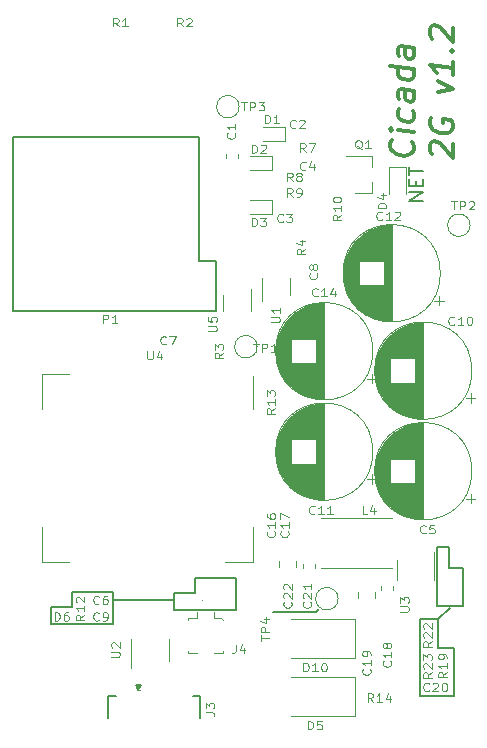
<source format=gto>
G04 #@! TF.GenerationSoftware,KiCad,Pcbnew,5.1.4-e60b266~84~ubuntu19.04.1*
G04 #@! TF.CreationDate,2019-10-04T13:32:44+08:00*
G04 #@! TF.ProjectId,cicada-2g,63696361-6461-42d3-9267-2e6b69636164,0.1*
G04 #@! TF.SameCoordinates,PX7cee6c0PY3dfd240*
G04 #@! TF.FileFunction,Legend,Top*
G04 #@! TF.FilePolarity,Positive*
%FSLAX46Y46*%
G04 Gerber Fmt 4.6, Leading zero omitted, Abs format (unit mm)*
G04 Created by KiCad (PCBNEW 5.1.4-e60b266~84~ubuntu19.04.1) date 2019-10-04 13:32:44*
%MOMM*%
%LPD*%
G04 APERTURE LIST*
%ADD10C,0.350000*%
%ADD11C,0.150000*%
%ADD12C,0.200000*%
%ADD13C,0.120000*%
%ADD14C,0.100000*%
G04 APERTURE END LIST*
D10*
X14539285Y-6817738D02*
X14634523Y-6924880D01*
X14729761Y-7222500D01*
X14729761Y-7412976D01*
X14634523Y-7686785D01*
X14444047Y-7853452D01*
X14253571Y-7924880D01*
X13872619Y-7972500D01*
X13586904Y-7936785D01*
X13205952Y-7793928D01*
X13015476Y-7674880D01*
X12825000Y-7460595D01*
X12729761Y-7162976D01*
X12729761Y-6972500D01*
X12825000Y-6698690D01*
X12920238Y-6615357D01*
X14729761Y-5984404D02*
X13396428Y-5817738D01*
X12729761Y-5734404D02*
X12825000Y-5841547D01*
X12920238Y-5758214D01*
X12825000Y-5651071D01*
X12729761Y-5734404D01*
X12920238Y-5758214D01*
X14634523Y-4162976D02*
X14729761Y-4365357D01*
X14729761Y-4746309D01*
X14634523Y-4924880D01*
X14539285Y-5008214D01*
X14348809Y-5079642D01*
X13777380Y-5008214D01*
X13586904Y-4889166D01*
X13491666Y-4782023D01*
X13396428Y-4579642D01*
X13396428Y-4198690D01*
X13491666Y-4020119D01*
X14729761Y-2460595D02*
X13682142Y-2329642D01*
X13491666Y-2401071D01*
X13396428Y-2579642D01*
X13396428Y-2960595D01*
X13491666Y-3162976D01*
X14634523Y-2448690D02*
X14729761Y-2651071D01*
X14729761Y-3127261D01*
X14634523Y-3305833D01*
X14444047Y-3377261D01*
X14253571Y-3353452D01*
X14063095Y-3234404D01*
X13967857Y-3032023D01*
X13967857Y-2555833D01*
X13872619Y-2353452D01*
X14729761Y-651071D02*
X12729761Y-401071D01*
X14634523Y-639166D02*
X14729761Y-841547D01*
X14729761Y-1222500D01*
X14634523Y-1401071D01*
X14539285Y-1484404D01*
X14348809Y-1555833D01*
X13777380Y-1484404D01*
X13586904Y-1365357D01*
X13491666Y-1258214D01*
X13396428Y-1055833D01*
X13396428Y-674880D01*
X13491666Y-496309D01*
X14729761Y1158453D02*
X13682142Y1289405D01*
X13491666Y1217977D01*
X13396428Y1039405D01*
X13396428Y658453D01*
X13491666Y456072D01*
X14634523Y1170358D02*
X14729761Y967977D01*
X14729761Y491786D01*
X14634523Y313215D01*
X14444047Y241786D01*
X14253571Y265596D01*
X14063095Y384643D01*
X13967857Y587024D01*
X13967857Y1063215D01*
X13872619Y1265596D01*
X16270238Y-7853452D02*
X16175000Y-7746309D01*
X16079761Y-7543928D01*
X16079761Y-7067738D01*
X16175000Y-6889166D01*
X16270238Y-6805833D01*
X16460714Y-6734404D01*
X16651190Y-6758214D01*
X16936904Y-6889166D01*
X18079761Y-8174880D01*
X18079761Y-6936785D01*
X16175000Y-4793928D02*
X16079761Y-4972500D01*
X16079761Y-5258214D01*
X16175000Y-5555833D01*
X16365476Y-5770119D01*
X16555952Y-5889166D01*
X16936904Y-6032023D01*
X17222619Y-6067738D01*
X17603571Y-6020119D01*
X17794047Y-5948690D01*
X17984523Y-5782023D01*
X18079761Y-5508214D01*
X18079761Y-5317738D01*
X17984523Y-5020119D01*
X17889285Y-4912976D01*
X17222619Y-4829642D01*
X17222619Y-5210595D01*
X16746428Y-2579642D02*
X18079761Y-2270119D01*
X16746428Y-1627261D01*
X18079761Y15596D02*
X18079761Y-1127261D01*
X18079761Y-555833D02*
X16079761Y-305833D01*
X16365476Y-532023D01*
X16555952Y-746309D01*
X16651190Y-948690D01*
X17889285Y896548D02*
X17984523Y979881D01*
X18079761Y872739D01*
X17984523Y789405D01*
X17889285Y896548D01*
X18079761Y872739D01*
X16270238Y1956072D02*
X16175000Y2063215D01*
X16079761Y2265596D01*
X16079761Y2741786D01*
X16175000Y2920358D01*
X16270238Y3003691D01*
X16460714Y3075120D01*
X16651190Y3051310D01*
X16936904Y2920358D01*
X18079761Y1634643D01*
X18079761Y2872739D01*
D11*
X6477000Y-46609000D02*
X6731000Y-46355000D01*
X2794000Y-46609000D02*
X6477000Y-46609000D01*
X-5600000Y-45600000D02*
X-10700000Y-45600000D01*
X-3800000Y-43700000D02*
X-300000Y-43700000D01*
X-300000Y-43700000D02*
X-300000Y-46400000D01*
X-3800000Y-45000000D02*
X-3800000Y-43700000D01*
X-5600000Y-45000000D02*
X-3800000Y-45000000D01*
X-5600000Y-46400000D02*
X-5600000Y-45000000D01*
X-300000Y-46400000D02*
X-5600000Y-46400000D01*
X-14200000Y-46200000D02*
X-14200000Y-44900000D01*
X-16000000Y-46200000D02*
X-14200000Y-46200000D01*
X-16000000Y-47600000D02*
X-16000000Y-46200000D01*
X-10700000Y-47600000D02*
X-16000000Y-47600000D01*
X-10700000Y-44900000D02*
X-10700000Y-47600000D01*
X-14200000Y-44900000D02*
X-10700000Y-44900000D01*
X16650000Y-41100000D02*
X16650000Y-46125000D01*
X18850000Y-46125000D02*
X16650000Y-46125000D01*
X18850000Y-42875000D02*
X18850000Y-46125000D01*
X17725000Y-42875000D02*
X18850000Y-42875000D01*
X17725000Y-41100000D02*
X17725000Y-42875000D01*
X16650000Y-41100000D02*
X17725000Y-41100000D01*
X16750000Y-47225000D02*
X17750000Y-46225000D01*
X16750000Y-47225000D02*
X15225000Y-47225000D01*
X16750000Y-49600000D02*
X16750000Y-47225000D01*
X18125000Y-49600000D02*
X16750000Y-49600000D01*
X18125000Y-49850000D02*
X18125000Y-49600000D01*
X18125000Y-53675000D02*
X18125000Y-49850000D01*
X15225000Y-53675000D02*
X18125000Y-53675000D01*
X15225000Y-47225000D02*
X15225000Y-53675000D01*
D12*
X15528857Y-11756857D02*
X14328857Y-11756857D01*
X15528857Y-11071142D01*
X14328857Y-11071142D01*
X14900285Y-10499714D02*
X14900285Y-10099714D01*
X15528857Y-9928285D02*
X15528857Y-10499714D01*
X14328857Y-10499714D01*
X14328857Y-9928285D01*
X14328857Y-9585428D02*
X14328857Y-8899714D01*
X15528857Y-9242571D02*
X14328857Y-9242571D01*
D13*
X19492000Y-13843000D02*
G75*
G03X19492000Y-13843000I-950000J0D01*
G01*
X1085000Y-26575000D02*
X1085000Y-29425000D01*
X1085000Y-42385000D02*
X-1225000Y-42385000D01*
X1085000Y-42385000D02*
X1085000Y-39425000D01*
X-16735000Y-26465000D02*
X-14425000Y-26465000D01*
X-16735000Y-42385000D02*
X-16735000Y-39425000D01*
X-16735000Y-42385000D02*
X-14425000Y-42385000D01*
X-16735000Y-26465000D02*
X-16735000Y-29425000D01*
X-1400000Y-50070000D02*
X-2200000Y-50070000D01*
X-1400000Y-49870000D02*
X-1400000Y-50070000D01*
X-4400000Y-50070000D02*
X-4400000Y-49870000D01*
X-3600000Y-50070000D02*
X-4400000Y-50070000D01*
X-4400000Y-47070000D02*
X-3600000Y-47070000D01*
X-4400000Y-47270000D02*
X-4400000Y-47070000D01*
X-1600000Y-47070000D02*
X-1400000Y-47270000D01*
X-2200000Y-47070000D02*
X-1600000Y-47070000D01*
X-2200000Y-47070000D02*
X-2200000Y-46570000D01*
X-3600000Y-47070000D02*
X-3600000Y-46570000D01*
X9750000Y-50450000D02*
X4350000Y-50450000D01*
X9750000Y-47150000D02*
X4350000Y-47150000D01*
X9750000Y-50450000D02*
X9750000Y-47150000D01*
D11*
X-11200000Y-53700000D02*
X-10500000Y-53700000D01*
X-11200000Y-53700000D02*
X-11200000Y-55600000D01*
X-4000000Y-53700000D02*
X-3400000Y-53700000D01*
X-3400000Y-53700000D02*
X-3400000Y-55600000D01*
X-8800000Y-52800000D02*
X-8600000Y-53200000D01*
X-8600000Y-53200000D02*
X-8400000Y-52800000D01*
X-8400000Y-52800000D02*
X-8800000Y-52800000D01*
D13*
X16407250Y-43923971D02*
X16407250Y-41493971D01*
X13337250Y-42163971D02*
X13337250Y-43923971D01*
X-9210000Y-48900000D02*
X-9210000Y-51350000D01*
X-5990000Y-50700000D02*
X-5990000Y-48900000D01*
D11*
X-3500000Y-16850000D02*
X-3500000Y-6350000D01*
X-2000000Y-16850000D02*
X-3500000Y-16850000D01*
X-2000000Y-21100000D02*
X-2000000Y-16850000D01*
X-19250000Y-21100000D02*
X-2000000Y-21100000D01*
X-19250000Y-6350000D02*
X-19250000Y-21100000D01*
X-3500000Y-6350000D02*
X-19250000Y-6350000D01*
D13*
X12906000Y-38667000D02*
X6906000Y-38667000D01*
X12906000Y-42867000D02*
X6906000Y-42867000D01*
D14*
X-3160000Y-45600000D02*
G75*
G03X-3160000Y-45600000I-50000J0D01*
G01*
D13*
X12600000Y-8903500D02*
X12600000Y-11188500D01*
X14070000Y-8903500D02*
X12600000Y-8903500D01*
X14070000Y-11188500D02*
X14070000Y-8903500D01*
X900000Y-11700000D02*
X2750000Y-11700000D01*
X900000Y-12900000D02*
X2750000Y-12900000D01*
X2750000Y-12900000D02*
X2750000Y-11700000D01*
X900000Y-8000000D02*
X2750000Y-8000000D01*
X900000Y-9200000D02*
X2750000Y-9200000D01*
X2750000Y-9200000D02*
X2750000Y-8000000D01*
X2000000Y-5500000D02*
X3850000Y-5500000D01*
X2000000Y-6700000D02*
X3850000Y-6700000D01*
X3850000Y-6700000D02*
X3850000Y-5500000D01*
X4774000Y-42803578D02*
X4774000Y-42286422D01*
X3354000Y-42803578D02*
X3354000Y-42286422D01*
X5332000Y-42534721D02*
X5332000Y-42860279D01*
X6352000Y-42534721D02*
X6352000Y-42860279D01*
X10040000Y-44916422D02*
X10040000Y-45433578D01*
X11460000Y-44916422D02*
X11460000Y-45433578D01*
X12960000Y-44725279D02*
X12960000Y-44399721D01*
X11940000Y-44725279D02*
X11940000Y-44399721D01*
X-190000Y-8162779D02*
X-190000Y-7837221D01*
X-1210000Y-8162779D02*
X-1210000Y-7837221D01*
X19531698Y-37386000D02*
X19531698Y-36586000D01*
X19931698Y-36986000D02*
X19131698Y-36986000D01*
X11441000Y-35204000D02*
X11441000Y-34138000D01*
X11481000Y-35439000D02*
X11481000Y-33903000D01*
X11521000Y-35619000D02*
X11521000Y-33723000D01*
X11561000Y-35769000D02*
X11561000Y-33573000D01*
X11601000Y-35900000D02*
X11601000Y-33442000D01*
X11641000Y-36017000D02*
X11641000Y-33325000D01*
X11681000Y-36124000D02*
X11681000Y-33218000D01*
X11721000Y-36223000D02*
X11721000Y-33119000D01*
X11761000Y-36316000D02*
X11761000Y-33026000D01*
X11801000Y-36402000D02*
X11801000Y-32940000D01*
X11841000Y-36484000D02*
X11841000Y-32858000D01*
X11881000Y-36561000D02*
X11881000Y-32781000D01*
X11921000Y-36635000D02*
X11921000Y-32707000D01*
X11961000Y-36705000D02*
X11961000Y-32637000D01*
X12001000Y-36773000D02*
X12001000Y-32569000D01*
X12041000Y-36837000D02*
X12041000Y-32505000D01*
X12081000Y-36899000D02*
X12081000Y-32443000D01*
X12121000Y-36958000D02*
X12121000Y-32384000D01*
X12161000Y-37016000D02*
X12161000Y-32326000D01*
X12201000Y-37071000D02*
X12201000Y-32271000D01*
X12241000Y-37125000D02*
X12241000Y-32217000D01*
X12281000Y-37176000D02*
X12281000Y-32166000D01*
X12321000Y-37227000D02*
X12321000Y-32115000D01*
X12361000Y-37275000D02*
X12361000Y-32067000D01*
X12401000Y-37322000D02*
X12401000Y-32020000D01*
X12441000Y-37368000D02*
X12441000Y-31974000D01*
X12481000Y-37412000D02*
X12481000Y-31930000D01*
X12521000Y-37455000D02*
X12521000Y-31887000D01*
X12561000Y-37497000D02*
X12561000Y-31845000D01*
X12601000Y-37538000D02*
X12601000Y-31804000D01*
X12641000Y-37578000D02*
X12641000Y-31764000D01*
X12681000Y-37616000D02*
X12681000Y-31726000D01*
X12721000Y-37654000D02*
X12721000Y-31688000D01*
X12761000Y-33631000D02*
X12761000Y-31652000D01*
X12761000Y-37690000D02*
X12761000Y-35711000D01*
X12801000Y-33631000D02*
X12801000Y-31616000D01*
X12801000Y-37726000D02*
X12801000Y-35711000D01*
X12841000Y-33631000D02*
X12841000Y-31581000D01*
X12841000Y-37761000D02*
X12841000Y-35711000D01*
X12881000Y-33631000D02*
X12881000Y-31547000D01*
X12881000Y-37795000D02*
X12881000Y-35711000D01*
X12921000Y-33631000D02*
X12921000Y-31515000D01*
X12921000Y-37827000D02*
X12921000Y-35711000D01*
X12961000Y-33631000D02*
X12961000Y-31482000D01*
X12961000Y-37860000D02*
X12961000Y-35711000D01*
X13001000Y-33631000D02*
X13001000Y-31451000D01*
X13001000Y-37891000D02*
X13001000Y-35711000D01*
X13041000Y-33631000D02*
X13041000Y-31421000D01*
X13041000Y-37921000D02*
X13041000Y-35711000D01*
X13081000Y-33631000D02*
X13081000Y-31391000D01*
X13081000Y-37951000D02*
X13081000Y-35711000D01*
X13121000Y-33631000D02*
X13121000Y-31362000D01*
X13121000Y-37980000D02*
X13121000Y-35711000D01*
X13161000Y-33631000D02*
X13161000Y-31333000D01*
X13161000Y-38009000D02*
X13161000Y-35711000D01*
X13201000Y-33631000D02*
X13201000Y-31306000D01*
X13201000Y-38036000D02*
X13201000Y-35711000D01*
X13241000Y-33631000D02*
X13241000Y-31279000D01*
X13241000Y-38063000D02*
X13241000Y-35711000D01*
X13281000Y-33631000D02*
X13281000Y-31253000D01*
X13281000Y-38089000D02*
X13281000Y-35711000D01*
X13321000Y-33631000D02*
X13321000Y-31227000D01*
X13321000Y-38115000D02*
X13321000Y-35711000D01*
X13361000Y-33631000D02*
X13361000Y-31202000D01*
X13361000Y-38140000D02*
X13361000Y-35711000D01*
X13401000Y-33631000D02*
X13401000Y-31178000D01*
X13401000Y-38164000D02*
X13401000Y-35711000D01*
X13441000Y-33631000D02*
X13441000Y-31154000D01*
X13441000Y-38188000D02*
X13441000Y-35711000D01*
X13481000Y-33631000D02*
X13481000Y-31131000D01*
X13481000Y-38211000D02*
X13481000Y-35711000D01*
X13521000Y-33631000D02*
X13521000Y-31109000D01*
X13521000Y-38233000D02*
X13521000Y-35711000D01*
X13561000Y-33631000D02*
X13561000Y-31087000D01*
X13561000Y-38255000D02*
X13561000Y-35711000D01*
X13601000Y-33631000D02*
X13601000Y-31065000D01*
X13601000Y-38277000D02*
X13601000Y-35711000D01*
X13641000Y-33631000D02*
X13641000Y-31044000D01*
X13641000Y-38298000D02*
X13641000Y-35711000D01*
X13681000Y-33631000D02*
X13681000Y-31024000D01*
X13681000Y-38318000D02*
X13681000Y-35711000D01*
X13721000Y-33631000D02*
X13721000Y-31005000D01*
X13721000Y-38337000D02*
X13721000Y-35711000D01*
X13761000Y-33631000D02*
X13761000Y-30985000D01*
X13761000Y-38357000D02*
X13761000Y-35711000D01*
X13801000Y-33631000D02*
X13801000Y-30967000D01*
X13801000Y-38375000D02*
X13801000Y-35711000D01*
X13841000Y-33631000D02*
X13841000Y-30949000D01*
X13841000Y-38393000D02*
X13841000Y-35711000D01*
X13881000Y-33631000D02*
X13881000Y-30931000D01*
X13881000Y-38411000D02*
X13881000Y-35711000D01*
X13921000Y-33631000D02*
X13921000Y-30914000D01*
X13921000Y-38428000D02*
X13921000Y-35711000D01*
X13961000Y-33631000D02*
X13961000Y-30897000D01*
X13961000Y-38445000D02*
X13961000Y-35711000D01*
X14001000Y-33631000D02*
X14001000Y-30881000D01*
X14001000Y-38461000D02*
X14001000Y-35711000D01*
X14041000Y-33631000D02*
X14041000Y-30866000D01*
X14041000Y-38476000D02*
X14041000Y-35711000D01*
X14081000Y-33631000D02*
X14081000Y-30850000D01*
X14081000Y-38492000D02*
X14081000Y-35711000D01*
X14121000Y-33631000D02*
X14121000Y-30836000D01*
X14121000Y-38506000D02*
X14121000Y-35711000D01*
X14161000Y-33631000D02*
X14161000Y-30821000D01*
X14161000Y-38521000D02*
X14161000Y-35711000D01*
X14201000Y-33631000D02*
X14201000Y-30808000D01*
X14201000Y-38534000D02*
X14201000Y-35711000D01*
X14241000Y-33631000D02*
X14241000Y-30794000D01*
X14241000Y-38548000D02*
X14241000Y-35711000D01*
X14281000Y-33631000D02*
X14281000Y-30782000D01*
X14281000Y-38560000D02*
X14281000Y-35711000D01*
X14321000Y-33631000D02*
X14321000Y-30769000D01*
X14321000Y-38573000D02*
X14321000Y-35711000D01*
X14361000Y-33631000D02*
X14361000Y-30757000D01*
X14361000Y-38585000D02*
X14361000Y-35711000D01*
X14401000Y-33631000D02*
X14401000Y-30746000D01*
X14401000Y-38596000D02*
X14401000Y-35711000D01*
X14441000Y-33631000D02*
X14441000Y-30735000D01*
X14441000Y-38607000D02*
X14441000Y-35711000D01*
X14481000Y-33631000D02*
X14481000Y-30724000D01*
X14481000Y-38618000D02*
X14481000Y-35711000D01*
X14521000Y-33631000D02*
X14521000Y-30714000D01*
X14521000Y-38628000D02*
X14521000Y-35711000D01*
X14561000Y-33631000D02*
X14561000Y-30704000D01*
X14561000Y-38638000D02*
X14561000Y-35711000D01*
X14601000Y-33631000D02*
X14601000Y-30695000D01*
X14601000Y-38647000D02*
X14601000Y-35711000D01*
X14641000Y-33631000D02*
X14641000Y-30686000D01*
X14641000Y-38656000D02*
X14641000Y-35711000D01*
X14681000Y-33631000D02*
X14681000Y-30677000D01*
X14681000Y-38665000D02*
X14681000Y-35711000D01*
X14721000Y-33631000D02*
X14721000Y-30669000D01*
X14721000Y-38673000D02*
X14721000Y-35711000D01*
X14761000Y-33631000D02*
X14761000Y-30661000D01*
X14761000Y-38681000D02*
X14761000Y-35711000D01*
X14801000Y-33631000D02*
X14801000Y-30654000D01*
X14801000Y-38688000D02*
X14801000Y-35711000D01*
X14842000Y-38695000D02*
X14842000Y-30647000D01*
X14882000Y-38701000D02*
X14882000Y-30641000D01*
X14922000Y-38708000D02*
X14922000Y-30634000D01*
X14962000Y-38713000D02*
X14962000Y-30629000D01*
X15002000Y-38719000D02*
X15002000Y-30623000D01*
X15042000Y-38723000D02*
X15042000Y-30619000D01*
X15082000Y-38728000D02*
X15082000Y-30614000D01*
X15122000Y-38732000D02*
X15122000Y-30610000D01*
X15162000Y-38736000D02*
X15162000Y-30606000D01*
X15202000Y-38739000D02*
X15202000Y-30603000D01*
X15242000Y-38742000D02*
X15242000Y-30600000D01*
X15282000Y-38745000D02*
X15282000Y-30597000D01*
X15322000Y-38747000D02*
X15322000Y-30595000D01*
X15362000Y-38748000D02*
X15362000Y-30594000D01*
X15402000Y-38750000D02*
X15402000Y-30592000D01*
X15442000Y-38751000D02*
X15442000Y-30591000D01*
X15482000Y-38751000D02*
X15482000Y-30591000D01*
X15522000Y-38751000D02*
X15522000Y-30591000D01*
X19642000Y-34671000D02*
G75*
G03X19642000Y-34671000I-4120000J0D01*
G01*
X19642000Y-26162000D02*
G75*
G03X19642000Y-26162000I-4120000J0D01*
G01*
X15522000Y-30242000D02*
X15522000Y-22082000D01*
X15482000Y-30242000D02*
X15482000Y-22082000D01*
X15442000Y-30242000D02*
X15442000Y-22082000D01*
X15402000Y-30241000D02*
X15402000Y-22083000D01*
X15362000Y-30239000D02*
X15362000Y-22085000D01*
X15322000Y-30238000D02*
X15322000Y-22086000D01*
X15282000Y-30236000D02*
X15282000Y-22088000D01*
X15242000Y-30233000D02*
X15242000Y-22091000D01*
X15202000Y-30230000D02*
X15202000Y-22094000D01*
X15162000Y-30227000D02*
X15162000Y-22097000D01*
X15122000Y-30223000D02*
X15122000Y-22101000D01*
X15082000Y-30219000D02*
X15082000Y-22105000D01*
X15042000Y-30214000D02*
X15042000Y-22110000D01*
X15002000Y-30210000D02*
X15002000Y-22114000D01*
X14962000Y-30204000D02*
X14962000Y-22120000D01*
X14922000Y-30199000D02*
X14922000Y-22125000D01*
X14882000Y-30192000D02*
X14882000Y-22132000D01*
X14842000Y-30186000D02*
X14842000Y-22138000D01*
X14801000Y-30179000D02*
X14801000Y-27202000D01*
X14801000Y-25122000D02*
X14801000Y-22145000D01*
X14761000Y-30172000D02*
X14761000Y-27202000D01*
X14761000Y-25122000D02*
X14761000Y-22152000D01*
X14721000Y-30164000D02*
X14721000Y-27202000D01*
X14721000Y-25122000D02*
X14721000Y-22160000D01*
X14681000Y-30156000D02*
X14681000Y-27202000D01*
X14681000Y-25122000D02*
X14681000Y-22168000D01*
X14641000Y-30147000D02*
X14641000Y-27202000D01*
X14641000Y-25122000D02*
X14641000Y-22177000D01*
X14601000Y-30138000D02*
X14601000Y-27202000D01*
X14601000Y-25122000D02*
X14601000Y-22186000D01*
X14561000Y-30129000D02*
X14561000Y-27202000D01*
X14561000Y-25122000D02*
X14561000Y-22195000D01*
X14521000Y-30119000D02*
X14521000Y-27202000D01*
X14521000Y-25122000D02*
X14521000Y-22205000D01*
X14481000Y-30109000D02*
X14481000Y-27202000D01*
X14481000Y-25122000D02*
X14481000Y-22215000D01*
X14441000Y-30098000D02*
X14441000Y-27202000D01*
X14441000Y-25122000D02*
X14441000Y-22226000D01*
X14401000Y-30087000D02*
X14401000Y-27202000D01*
X14401000Y-25122000D02*
X14401000Y-22237000D01*
X14361000Y-30076000D02*
X14361000Y-27202000D01*
X14361000Y-25122000D02*
X14361000Y-22248000D01*
X14321000Y-30064000D02*
X14321000Y-27202000D01*
X14321000Y-25122000D02*
X14321000Y-22260000D01*
X14281000Y-30051000D02*
X14281000Y-27202000D01*
X14281000Y-25122000D02*
X14281000Y-22273000D01*
X14241000Y-30039000D02*
X14241000Y-27202000D01*
X14241000Y-25122000D02*
X14241000Y-22285000D01*
X14201000Y-30025000D02*
X14201000Y-27202000D01*
X14201000Y-25122000D02*
X14201000Y-22299000D01*
X14161000Y-30012000D02*
X14161000Y-27202000D01*
X14161000Y-25122000D02*
X14161000Y-22312000D01*
X14121000Y-29997000D02*
X14121000Y-27202000D01*
X14121000Y-25122000D02*
X14121000Y-22327000D01*
X14081000Y-29983000D02*
X14081000Y-27202000D01*
X14081000Y-25122000D02*
X14081000Y-22341000D01*
X14041000Y-29967000D02*
X14041000Y-27202000D01*
X14041000Y-25122000D02*
X14041000Y-22357000D01*
X14001000Y-29952000D02*
X14001000Y-27202000D01*
X14001000Y-25122000D02*
X14001000Y-22372000D01*
X13961000Y-29936000D02*
X13961000Y-27202000D01*
X13961000Y-25122000D02*
X13961000Y-22388000D01*
X13921000Y-29919000D02*
X13921000Y-27202000D01*
X13921000Y-25122000D02*
X13921000Y-22405000D01*
X13881000Y-29902000D02*
X13881000Y-27202000D01*
X13881000Y-25122000D02*
X13881000Y-22422000D01*
X13841000Y-29884000D02*
X13841000Y-27202000D01*
X13841000Y-25122000D02*
X13841000Y-22440000D01*
X13801000Y-29866000D02*
X13801000Y-27202000D01*
X13801000Y-25122000D02*
X13801000Y-22458000D01*
X13761000Y-29848000D02*
X13761000Y-27202000D01*
X13761000Y-25122000D02*
X13761000Y-22476000D01*
X13721000Y-29828000D02*
X13721000Y-27202000D01*
X13721000Y-25122000D02*
X13721000Y-22496000D01*
X13681000Y-29809000D02*
X13681000Y-27202000D01*
X13681000Y-25122000D02*
X13681000Y-22515000D01*
X13641000Y-29789000D02*
X13641000Y-27202000D01*
X13641000Y-25122000D02*
X13641000Y-22535000D01*
X13601000Y-29768000D02*
X13601000Y-27202000D01*
X13601000Y-25122000D02*
X13601000Y-22556000D01*
X13561000Y-29746000D02*
X13561000Y-27202000D01*
X13561000Y-25122000D02*
X13561000Y-22578000D01*
X13521000Y-29724000D02*
X13521000Y-27202000D01*
X13521000Y-25122000D02*
X13521000Y-22600000D01*
X13481000Y-29702000D02*
X13481000Y-27202000D01*
X13481000Y-25122000D02*
X13481000Y-22622000D01*
X13441000Y-29679000D02*
X13441000Y-27202000D01*
X13441000Y-25122000D02*
X13441000Y-22645000D01*
X13401000Y-29655000D02*
X13401000Y-27202000D01*
X13401000Y-25122000D02*
X13401000Y-22669000D01*
X13361000Y-29631000D02*
X13361000Y-27202000D01*
X13361000Y-25122000D02*
X13361000Y-22693000D01*
X13321000Y-29606000D02*
X13321000Y-27202000D01*
X13321000Y-25122000D02*
X13321000Y-22718000D01*
X13281000Y-29580000D02*
X13281000Y-27202000D01*
X13281000Y-25122000D02*
X13281000Y-22744000D01*
X13241000Y-29554000D02*
X13241000Y-27202000D01*
X13241000Y-25122000D02*
X13241000Y-22770000D01*
X13201000Y-29527000D02*
X13201000Y-27202000D01*
X13201000Y-25122000D02*
X13201000Y-22797000D01*
X13161000Y-29500000D02*
X13161000Y-27202000D01*
X13161000Y-25122000D02*
X13161000Y-22824000D01*
X13121000Y-29471000D02*
X13121000Y-27202000D01*
X13121000Y-25122000D02*
X13121000Y-22853000D01*
X13081000Y-29442000D02*
X13081000Y-27202000D01*
X13081000Y-25122000D02*
X13081000Y-22882000D01*
X13041000Y-29412000D02*
X13041000Y-27202000D01*
X13041000Y-25122000D02*
X13041000Y-22912000D01*
X13001000Y-29382000D02*
X13001000Y-27202000D01*
X13001000Y-25122000D02*
X13001000Y-22942000D01*
X12961000Y-29351000D02*
X12961000Y-27202000D01*
X12961000Y-25122000D02*
X12961000Y-22973000D01*
X12921000Y-29318000D02*
X12921000Y-27202000D01*
X12921000Y-25122000D02*
X12921000Y-23006000D01*
X12881000Y-29286000D02*
X12881000Y-27202000D01*
X12881000Y-25122000D02*
X12881000Y-23038000D01*
X12841000Y-29252000D02*
X12841000Y-27202000D01*
X12841000Y-25122000D02*
X12841000Y-23072000D01*
X12801000Y-29217000D02*
X12801000Y-27202000D01*
X12801000Y-25122000D02*
X12801000Y-23107000D01*
X12761000Y-29181000D02*
X12761000Y-27202000D01*
X12761000Y-25122000D02*
X12761000Y-23143000D01*
X12721000Y-29145000D02*
X12721000Y-23179000D01*
X12681000Y-29107000D02*
X12681000Y-23217000D01*
X12641000Y-29069000D02*
X12641000Y-23255000D01*
X12601000Y-29029000D02*
X12601000Y-23295000D01*
X12561000Y-28988000D02*
X12561000Y-23336000D01*
X12521000Y-28946000D02*
X12521000Y-23378000D01*
X12481000Y-28903000D02*
X12481000Y-23421000D01*
X12441000Y-28859000D02*
X12441000Y-23465000D01*
X12401000Y-28813000D02*
X12401000Y-23511000D01*
X12361000Y-28766000D02*
X12361000Y-23558000D01*
X12321000Y-28718000D02*
X12321000Y-23606000D01*
X12281000Y-28667000D02*
X12281000Y-23657000D01*
X12241000Y-28616000D02*
X12241000Y-23708000D01*
X12201000Y-28562000D02*
X12201000Y-23762000D01*
X12161000Y-28507000D02*
X12161000Y-23817000D01*
X12121000Y-28449000D02*
X12121000Y-23875000D01*
X12081000Y-28390000D02*
X12081000Y-23934000D01*
X12041000Y-28328000D02*
X12041000Y-23996000D01*
X12001000Y-28264000D02*
X12001000Y-24060000D01*
X11961000Y-28196000D02*
X11961000Y-24128000D01*
X11921000Y-28126000D02*
X11921000Y-24198000D01*
X11881000Y-28052000D02*
X11881000Y-24272000D01*
X11841000Y-27975000D02*
X11841000Y-24349000D01*
X11801000Y-27893000D02*
X11801000Y-24431000D01*
X11761000Y-27807000D02*
X11761000Y-24517000D01*
X11721000Y-27714000D02*
X11721000Y-24610000D01*
X11681000Y-27615000D02*
X11681000Y-24709000D01*
X11641000Y-27508000D02*
X11641000Y-24816000D01*
X11601000Y-27391000D02*
X11601000Y-24933000D01*
X11561000Y-27260000D02*
X11561000Y-25064000D01*
X11521000Y-27110000D02*
X11521000Y-25214000D01*
X11481000Y-26930000D02*
X11481000Y-25394000D01*
X11441000Y-26695000D02*
X11441000Y-25629000D01*
X19931698Y-28477000D02*
X19131698Y-28477000D01*
X19531698Y-28877000D02*
X19531698Y-28077000D01*
X11149698Y-35735000D02*
X11149698Y-34935000D01*
X11549698Y-35335000D02*
X10749698Y-35335000D01*
X3059000Y-33553000D02*
X3059000Y-32487000D01*
X3099000Y-33788000D02*
X3099000Y-32252000D01*
X3139000Y-33968000D02*
X3139000Y-32072000D01*
X3179000Y-34118000D02*
X3179000Y-31922000D01*
X3219000Y-34249000D02*
X3219000Y-31791000D01*
X3259000Y-34366000D02*
X3259000Y-31674000D01*
X3299000Y-34473000D02*
X3299000Y-31567000D01*
X3339000Y-34572000D02*
X3339000Y-31468000D01*
X3379000Y-34665000D02*
X3379000Y-31375000D01*
X3419000Y-34751000D02*
X3419000Y-31289000D01*
X3459000Y-34833000D02*
X3459000Y-31207000D01*
X3499000Y-34910000D02*
X3499000Y-31130000D01*
X3539000Y-34984000D02*
X3539000Y-31056000D01*
X3579000Y-35054000D02*
X3579000Y-30986000D01*
X3619000Y-35122000D02*
X3619000Y-30918000D01*
X3659000Y-35186000D02*
X3659000Y-30854000D01*
X3699000Y-35248000D02*
X3699000Y-30792000D01*
X3739000Y-35307000D02*
X3739000Y-30733000D01*
X3779000Y-35365000D02*
X3779000Y-30675000D01*
X3819000Y-35420000D02*
X3819000Y-30620000D01*
X3859000Y-35474000D02*
X3859000Y-30566000D01*
X3899000Y-35525000D02*
X3899000Y-30515000D01*
X3939000Y-35576000D02*
X3939000Y-30464000D01*
X3979000Y-35624000D02*
X3979000Y-30416000D01*
X4019000Y-35671000D02*
X4019000Y-30369000D01*
X4059000Y-35717000D02*
X4059000Y-30323000D01*
X4099000Y-35761000D02*
X4099000Y-30279000D01*
X4139000Y-35804000D02*
X4139000Y-30236000D01*
X4179000Y-35846000D02*
X4179000Y-30194000D01*
X4219000Y-35887000D02*
X4219000Y-30153000D01*
X4259000Y-35927000D02*
X4259000Y-30113000D01*
X4299000Y-35965000D02*
X4299000Y-30075000D01*
X4339000Y-36003000D02*
X4339000Y-30037000D01*
X4379000Y-31980000D02*
X4379000Y-30001000D01*
X4379000Y-36039000D02*
X4379000Y-34060000D01*
X4419000Y-31980000D02*
X4419000Y-29965000D01*
X4419000Y-36075000D02*
X4419000Y-34060000D01*
X4459000Y-31980000D02*
X4459000Y-29930000D01*
X4459000Y-36110000D02*
X4459000Y-34060000D01*
X4499000Y-31980000D02*
X4499000Y-29896000D01*
X4499000Y-36144000D02*
X4499000Y-34060000D01*
X4539000Y-31980000D02*
X4539000Y-29864000D01*
X4539000Y-36176000D02*
X4539000Y-34060000D01*
X4579000Y-31980000D02*
X4579000Y-29831000D01*
X4579000Y-36209000D02*
X4579000Y-34060000D01*
X4619000Y-31980000D02*
X4619000Y-29800000D01*
X4619000Y-36240000D02*
X4619000Y-34060000D01*
X4659000Y-31980000D02*
X4659000Y-29770000D01*
X4659000Y-36270000D02*
X4659000Y-34060000D01*
X4699000Y-31980000D02*
X4699000Y-29740000D01*
X4699000Y-36300000D02*
X4699000Y-34060000D01*
X4739000Y-31980000D02*
X4739000Y-29711000D01*
X4739000Y-36329000D02*
X4739000Y-34060000D01*
X4779000Y-31980000D02*
X4779000Y-29682000D01*
X4779000Y-36358000D02*
X4779000Y-34060000D01*
X4819000Y-31980000D02*
X4819000Y-29655000D01*
X4819000Y-36385000D02*
X4819000Y-34060000D01*
X4859000Y-31980000D02*
X4859000Y-29628000D01*
X4859000Y-36412000D02*
X4859000Y-34060000D01*
X4899000Y-31980000D02*
X4899000Y-29602000D01*
X4899000Y-36438000D02*
X4899000Y-34060000D01*
X4939000Y-31980000D02*
X4939000Y-29576000D01*
X4939000Y-36464000D02*
X4939000Y-34060000D01*
X4979000Y-31980000D02*
X4979000Y-29551000D01*
X4979000Y-36489000D02*
X4979000Y-34060000D01*
X5019000Y-31980000D02*
X5019000Y-29527000D01*
X5019000Y-36513000D02*
X5019000Y-34060000D01*
X5059000Y-31980000D02*
X5059000Y-29503000D01*
X5059000Y-36537000D02*
X5059000Y-34060000D01*
X5099000Y-31980000D02*
X5099000Y-29480000D01*
X5099000Y-36560000D02*
X5099000Y-34060000D01*
X5139000Y-31980000D02*
X5139000Y-29458000D01*
X5139000Y-36582000D02*
X5139000Y-34060000D01*
X5179000Y-31980000D02*
X5179000Y-29436000D01*
X5179000Y-36604000D02*
X5179000Y-34060000D01*
X5219000Y-31980000D02*
X5219000Y-29414000D01*
X5219000Y-36626000D02*
X5219000Y-34060000D01*
X5259000Y-31980000D02*
X5259000Y-29393000D01*
X5259000Y-36647000D02*
X5259000Y-34060000D01*
X5299000Y-31980000D02*
X5299000Y-29373000D01*
X5299000Y-36667000D02*
X5299000Y-34060000D01*
X5339000Y-31980000D02*
X5339000Y-29354000D01*
X5339000Y-36686000D02*
X5339000Y-34060000D01*
X5379000Y-31980000D02*
X5379000Y-29334000D01*
X5379000Y-36706000D02*
X5379000Y-34060000D01*
X5419000Y-31980000D02*
X5419000Y-29316000D01*
X5419000Y-36724000D02*
X5419000Y-34060000D01*
X5459000Y-31980000D02*
X5459000Y-29298000D01*
X5459000Y-36742000D02*
X5459000Y-34060000D01*
X5499000Y-31980000D02*
X5499000Y-29280000D01*
X5499000Y-36760000D02*
X5499000Y-34060000D01*
X5539000Y-31980000D02*
X5539000Y-29263000D01*
X5539000Y-36777000D02*
X5539000Y-34060000D01*
X5579000Y-31980000D02*
X5579000Y-29246000D01*
X5579000Y-36794000D02*
X5579000Y-34060000D01*
X5619000Y-31980000D02*
X5619000Y-29230000D01*
X5619000Y-36810000D02*
X5619000Y-34060000D01*
X5659000Y-31980000D02*
X5659000Y-29215000D01*
X5659000Y-36825000D02*
X5659000Y-34060000D01*
X5699000Y-31980000D02*
X5699000Y-29199000D01*
X5699000Y-36841000D02*
X5699000Y-34060000D01*
X5739000Y-31980000D02*
X5739000Y-29185000D01*
X5739000Y-36855000D02*
X5739000Y-34060000D01*
X5779000Y-31980000D02*
X5779000Y-29170000D01*
X5779000Y-36870000D02*
X5779000Y-34060000D01*
X5819000Y-31980000D02*
X5819000Y-29157000D01*
X5819000Y-36883000D02*
X5819000Y-34060000D01*
X5859000Y-31980000D02*
X5859000Y-29143000D01*
X5859000Y-36897000D02*
X5859000Y-34060000D01*
X5899000Y-31980000D02*
X5899000Y-29131000D01*
X5899000Y-36909000D02*
X5899000Y-34060000D01*
X5939000Y-31980000D02*
X5939000Y-29118000D01*
X5939000Y-36922000D02*
X5939000Y-34060000D01*
X5979000Y-31980000D02*
X5979000Y-29106000D01*
X5979000Y-36934000D02*
X5979000Y-34060000D01*
X6019000Y-31980000D02*
X6019000Y-29095000D01*
X6019000Y-36945000D02*
X6019000Y-34060000D01*
X6059000Y-31980000D02*
X6059000Y-29084000D01*
X6059000Y-36956000D02*
X6059000Y-34060000D01*
X6099000Y-31980000D02*
X6099000Y-29073000D01*
X6099000Y-36967000D02*
X6099000Y-34060000D01*
X6139000Y-31980000D02*
X6139000Y-29063000D01*
X6139000Y-36977000D02*
X6139000Y-34060000D01*
X6179000Y-31980000D02*
X6179000Y-29053000D01*
X6179000Y-36987000D02*
X6179000Y-34060000D01*
X6219000Y-31980000D02*
X6219000Y-29044000D01*
X6219000Y-36996000D02*
X6219000Y-34060000D01*
X6259000Y-31980000D02*
X6259000Y-29035000D01*
X6259000Y-37005000D02*
X6259000Y-34060000D01*
X6299000Y-31980000D02*
X6299000Y-29026000D01*
X6299000Y-37014000D02*
X6299000Y-34060000D01*
X6339000Y-31980000D02*
X6339000Y-29018000D01*
X6339000Y-37022000D02*
X6339000Y-34060000D01*
X6379000Y-31980000D02*
X6379000Y-29010000D01*
X6379000Y-37030000D02*
X6379000Y-34060000D01*
X6419000Y-31980000D02*
X6419000Y-29003000D01*
X6419000Y-37037000D02*
X6419000Y-34060000D01*
X6460000Y-37044000D02*
X6460000Y-28996000D01*
X6500000Y-37050000D02*
X6500000Y-28990000D01*
X6540000Y-37057000D02*
X6540000Y-28983000D01*
X6580000Y-37062000D02*
X6580000Y-28978000D01*
X6620000Y-37068000D02*
X6620000Y-28972000D01*
X6660000Y-37072000D02*
X6660000Y-28968000D01*
X6700000Y-37077000D02*
X6700000Y-28963000D01*
X6740000Y-37081000D02*
X6740000Y-28959000D01*
X6780000Y-37085000D02*
X6780000Y-28955000D01*
X6820000Y-37088000D02*
X6820000Y-28952000D01*
X6860000Y-37091000D02*
X6860000Y-28949000D01*
X6900000Y-37094000D02*
X6900000Y-28946000D01*
X6940000Y-37096000D02*
X6940000Y-28944000D01*
X6980000Y-37097000D02*
X6980000Y-28943000D01*
X7020000Y-37099000D02*
X7020000Y-28941000D01*
X7060000Y-37100000D02*
X7060000Y-28940000D01*
X7100000Y-37100000D02*
X7100000Y-28940000D01*
X7140000Y-37100000D02*
X7140000Y-28940000D01*
X11260000Y-33020000D02*
G75*
G03X11260000Y-33020000I-4120000J0D01*
G01*
X16975000Y-17907000D02*
G75*
G03X16975000Y-17907000I-4120000J0D01*
G01*
X12855000Y-21987000D02*
X12855000Y-13827000D01*
X12815000Y-21987000D02*
X12815000Y-13827000D01*
X12775000Y-21987000D02*
X12775000Y-13827000D01*
X12735000Y-21986000D02*
X12735000Y-13828000D01*
X12695000Y-21984000D02*
X12695000Y-13830000D01*
X12655000Y-21983000D02*
X12655000Y-13831000D01*
X12615000Y-21981000D02*
X12615000Y-13833000D01*
X12575000Y-21978000D02*
X12575000Y-13836000D01*
X12535000Y-21975000D02*
X12535000Y-13839000D01*
X12495000Y-21972000D02*
X12495000Y-13842000D01*
X12455000Y-21968000D02*
X12455000Y-13846000D01*
X12415000Y-21964000D02*
X12415000Y-13850000D01*
X12375000Y-21959000D02*
X12375000Y-13855000D01*
X12335000Y-21955000D02*
X12335000Y-13859000D01*
X12295000Y-21949000D02*
X12295000Y-13865000D01*
X12255000Y-21944000D02*
X12255000Y-13870000D01*
X12215000Y-21937000D02*
X12215000Y-13877000D01*
X12175000Y-21931000D02*
X12175000Y-13883000D01*
X12134000Y-21924000D02*
X12134000Y-18947000D01*
X12134000Y-16867000D02*
X12134000Y-13890000D01*
X12094000Y-21917000D02*
X12094000Y-18947000D01*
X12094000Y-16867000D02*
X12094000Y-13897000D01*
X12054000Y-21909000D02*
X12054000Y-18947000D01*
X12054000Y-16867000D02*
X12054000Y-13905000D01*
X12014000Y-21901000D02*
X12014000Y-18947000D01*
X12014000Y-16867000D02*
X12014000Y-13913000D01*
X11974000Y-21892000D02*
X11974000Y-18947000D01*
X11974000Y-16867000D02*
X11974000Y-13922000D01*
X11934000Y-21883000D02*
X11934000Y-18947000D01*
X11934000Y-16867000D02*
X11934000Y-13931000D01*
X11894000Y-21874000D02*
X11894000Y-18947000D01*
X11894000Y-16867000D02*
X11894000Y-13940000D01*
X11854000Y-21864000D02*
X11854000Y-18947000D01*
X11854000Y-16867000D02*
X11854000Y-13950000D01*
X11814000Y-21854000D02*
X11814000Y-18947000D01*
X11814000Y-16867000D02*
X11814000Y-13960000D01*
X11774000Y-21843000D02*
X11774000Y-18947000D01*
X11774000Y-16867000D02*
X11774000Y-13971000D01*
X11734000Y-21832000D02*
X11734000Y-18947000D01*
X11734000Y-16867000D02*
X11734000Y-13982000D01*
X11694000Y-21821000D02*
X11694000Y-18947000D01*
X11694000Y-16867000D02*
X11694000Y-13993000D01*
X11654000Y-21809000D02*
X11654000Y-18947000D01*
X11654000Y-16867000D02*
X11654000Y-14005000D01*
X11614000Y-21796000D02*
X11614000Y-18947000D01*
X11614000Y-16867000D02*
X11614000Y-14018000D01*
X11574000Y-21784000D02*
X11574000Y-18947000D01*
X11574000Y-16867000D02*
X11574000Y-14030000D01*
X11534000Y-21770000D02*
X11534000Y-18947000D01*
X11534000Y-16867000D02*
X11534000Y-14044000D01*
X11494000Y-21757000D02*
X11494000Y-18947000D01*
X11494000Y-16867000D02*
X11494000Y-14057000D01*
X11454000Y-21742000D02*
X11454000Y-18947000D01*
X11454000Y-16867000D02*
X11454000Y-14072000D01*
X11414000Y-21728000D02*
X11414000Y-18947000D01*
X11414000Y-16867000D02*
X11414000Y-14086000D01*
X11374000Y-21712000D02*
X11374000Y-18947000D01*
X11374000Y-16867000D02*
X11374000Y-14102000D01*
X11334000Y-21697000D02*
X11334000Y-18947000D01*
X11334000Y-16867000D02*
X11334000Y-14117000D01*
X11294000Y-21681000D02*
X11294000Y-18947000D01*
X11294000Y-16867000D02*
X11294000Y-14133000D01*
X11254000Y-21664000D02*
X11254000Y-18947000D01*
X11254000Y-16867000D02*
X11254000Y-14150000D01*
X11214000Y-21647000D02*
X11214000Y-18947000D01*
X11214000Y-16867000D02*
X11214000Y-14167000D01*
X11174000Y-21629000D02*
X11174000Y-18947000D01*
X11174000Y-16867000D02*
X11174000Y-14185000D01*
X11134000Y-21611000D02*
X11134000Y-18947000D01*
X11134000Y-16867000D02*
X11134000Y-14203000D01*
X11094000Y-21593000D02*
X11094000Y-18947000D01*
X11094000Y-16867000D02*
X11094000Y-14221000D01*
X11054000Y-21573000D02*
X11054000Y-18947000D01*
X11054000Y-16867000D02*
X11054000Y-14241000D01*
X11014000Y-21554000D02*
X11014000Y-18947000D01*
X11014000Y-16867000D02*
X11014000Y-14260000D01*
X10974000Y-21534000D02*
X10974000Y-18947000D01*
X10974000Y-16867000D02*
X10974000Y-14280000D01*
X10934000Y-21513000D02*
X10934000Y-18947000D01*
X10934000Y-16867000D02*
X10934000Y-14301000D01*
X10894000Y-21491000D02*
X10894000Y-18947000D01*
X10894000Y-16867000D02*
X10894000Y-14323000D01*
X10854000Y-21469000D02*
X10854000Y-18947000D01*
X10854000Y-16867000D02*
X10854000Y-14345000D01*
X10814000Y-21447000D02*
X10814000Y-18947000D01*
X10814000Y-16867000D02*
X10814000Y-14367000D01*
X10774000Y-21424000D02*
X10774000Y-18947000D01*
X10774000Y-16867000D02*
X10774000Y-14390000D01*
X10734000Y-21400000D02*
X10734000Y-18947000D01*
X10734000Y-16867000D02*
X10734000Y-14414000D01*
X10694000Y-21376000D02*
X10694000Y-18947000D01*
X10694000Y-16867000D02*
X10694000Y-14438000D01*
X10654000Y-21351000D02*
X10654000Y-18947000D01*
X10654000Y-16867000D02*
X10654000Y-14463000D01*
X10614000Y-21325000D02*
X10614000Y-18947000D01*
X10614000Y-16867000D02*
X10614000Y-14489000D01*
X10574000Y-21299000D02*
X10574000Y-18947000D01*
X10574000Y-16867000D02*
X10574000Y-14515000D01*
X10534000Y-21272000D02*
X10534000Y-18947000D01*
X10534000Y-16867000D02*
X10534000Y-14542000D01*
X10494000Y-21245000D02*
X10494000Y-18947000D01*
X10494000Y-16867000D02*
X10494000Y-14569000D01*
X10454000Y-21216000D02*
X10454000Y-18947000D01*
X10454000Y-16867000D02*
X10454000Y-14598000D01*
X10414000Y-21187000D02*
X10414000Y-18947000D01*
X10414000Y-16867000D02*
X10414000Y-14627000D01*
X10374000Y-21157000D02*
X10374000Y-18947000D01*
X10374000Y-16867000D02*
X10374000Y-14657000D01*
X10334000Y-21127000D02*
X10334000Y-18947000D01*
X10334000Y-16867000D02*
X10334000Y-14687000D01*
X10294000Y-21096000D02*
X10294000Y-18947000D01*
X10294000Y-16867000D02*
X10294000Y-14718000D01*
X10254000Y-21063000D02*
X10254000Y-18947000D01*
X10254000Y-16867000D02*
X10254000Y-14751000D01*
X10214000Y-21031000D02*
X10214000Y-18947000D01*
X10214000Y-16867000D02*
X10214000Y-14783000D01*
X10174000Y-20997000D02*
X10174000Y-18947000D01*
X10174000Y-16867000D02*
X10174000Y-14817000D01*
X10134000Y-20962000D02*
X10134000Y-18947000D01*
X10134000Y-16867000D02*
X10134000Y-14852000D01*
X10094000Y-20926000D02*
X10094000Y-18947000D01*
X10094000Y-16867000D02*
X10094000Y-14888000D01*
X10054000Y-20890000D02*
X10054000Y-14924000D01*
X10014000Y-20852000D02*
X10014000Y-14962000D01*
X9974000Y-20814000D02*
X9974000Y-15000000D01*
X9934000Y-20774000D02*
X9934000Y-15040000D01*
X9894000Y-20733000D02*
X9894000Y-15081000D01*
X9854000Y-20691000D02*
X9854000Y-15123000D01*
X9814000Y-20648000D02*
X9814000Y-15166000D01*
X9774000Y-20604000D02*
X9774000Y-15210000D01*
X9734000Y-20558000D02*
X9734000Y-15256000D01*
X9694000Y-20511000D02*
X9694000Y-15303000D01*
X9654000Y-20463000D02*
X9654000Y-15351000D01*
X9614000Y-20412000D02*
X9614000Y-15402000D01*
X9574000Y-20361000D02*
X9574000Y-15453000D01*
X9534000Y-20307000D02*
X9534000Y-15507000D01*
X9494000Y-20252000D02*
X9494000Y-15562000D01*
X9454000Y-20194000D02*
X9454000Y-15620000D01*
X9414000Y-20135000D02*
X9414000Y-15679000D01*
X9374000Y-20073000D02*
X9374000Y-15741000D01*
X9334000Y-20009000D02*
X9334000Y-15805000D01*
X9294000Y-19941000D02*
X9294000Y-15873000D01*
X9254000Y-19871000D02*
X9254000Y-15943000D01*
X9214000Y-19797000D02*
X9214000Y-16017000D01*
X9174000Y-19720000D02*
X9174000Y-16094000D01*
X9134000Y-19638000D02*
X9134000Y-16176000D01*
X9094000Y-19552000D02*
X9094000Y-16262000D01*
X9054000Y-19459000D02*
X9054000Y-16355000D01*
X9014000Y-19360000D02*
X9014000Y-16454000D01*
X8974000Y-19253000D02*
X8974000Y-16561000D01*
X8934000Y-19136000D02*
X8934000Y-16678000D01*
X8894000Y-19005000D02*
X8894000Y-16809000D01*
X8854000Y-18855000D02*
X8854000Y-16959000D01*
X8814000Y-18675000D02*
X8814000Y-17139000D01*
X8774000Y-18440000D02*
X8774000Y-17374000D01*
X17264698Y-20222000D02*
X16464698Y-20222000D01*
X16864698Y-20622000D02*
X16864698Y-19822000D01*
X11260000Y-24511000D02*
G75*
G03X11260000Y-24511000I-4120000J0D01*
G01*
X7140000Y-28591000D02*
X7140000Y-20431000D01*
X7100000Y-28591000D02*
X7100000Y-20431000D01*
X7060000Y-28591000D02*
X7060000Y-20431000D01*
X7020000Y-28590000D02*
X7020000Y-20432000D01*
X6980000Y-28588000D02*
X6980000Y-20434000D01*
X6940000Y-28587000D02*
X6940000Y-20435000D01*
X6900000Y-28585000D02*
X6900000Y-20437000D01*
X6860000Y-28582000D02*
X6860000Y-20440000D01*
X6820000Y-28579000D02*
X6820000Y-20443000D01*
X6780000Y-28576000D02*
X6780000Y-20446000D01*
X6740000Y-28572000D02*
X6740000Y-20450000D01*
X6700000Y-28568000D02*
X6700000Y-20454000D01*
X6660000Y-28563000D02*
X6660000Y-20459000D01*
X6620000Y-28559000D02*
X6620000Y-20463000D01*
X6580000Y-28553000D02*
X6580000Y-20469000D01*
X6540000Y-28548000D02*
X6540000Y-20474000D01*
X6500000Y-28541000D02*
X6500000Y-20481000D01*
X6460000Y-28535000D02*
X6460000Y-20487000D01*
X6419000Y-28528000D02*
X6419000Y-25551000D01*
X6419000Y-23471000D02*
X6419000Y-20494000D01*
X6379000Y-28521000D02*
X6379000Y-25551000D01*
X6379000Y-23471000D02*
X6379000Y-20501000D01*
X6339000Y-28513000D02*
X6339000Y-25551000D01*
X6339000Y-23471000D02*
X6339000Y-20509000D01*
X6299000Y-28505000D02*
X6299000Y-25551000D01*
X6299000Y-23471000D02*
X6299000Y-20517000D01*
X6259000Y-28496000D02*
X6259000Y-25551000D01*
X6259000Y-23471000D02*
X6259000Y-20526000D01*
X6219000Y-28487000D02*
X6219000Y-25551000D01*
X6219000Y-23471000D02*
X6219000Y-20535000D01*
X6179000Y-28478000D02*
X6179000Y-25551000D01*
X6179000Y-23471000D02*
X6179000Y-20544000D01*
X6139000Y-28468000D02*
X6139000Y-25551000D01*
X6139000Y-23471000D02*
X6139000Y-20554000D01*
X6099000Y-28458000D02*
X6099000Y-25551000D01*
X6099000Y-23471000D02*
X6099000Y-20564000D01*
X6059000Y-28447000D02*
X6059000Y-25551000D01*
X6059000Y-23471000D02*
X6059000Y-20575000D01*
X6019000Y-28436000D02*
X6019000Y-25551000D01*
X6019000Y-23471000D02*
X6019000Y-20586000D01*
X5979000Y-28425000D02*
X5979000Y-25551000D01*
X5979000Y-23471000D02*
X5979000Y-20597000D01*
X5939000Y-28413000D02*
X5939000Y-25551000D01*
X5939000Y-23471000D02*
X5939000Y-20609000D01*
X5899000Y-28400000D02*
X5899000Y-25551000D01*
X5899000Y-23471000D02*
X5899000Y-20622000D01*
X5859000Y-28388000D02*
X5859000Y-25551000D01*
X5859000Y-23471000D02*
X5859000Y-20634000D01*
X5819000Y-28374000D02*
X5819000Y-25551000D01*
X5819000Y-23471000D02*
X5819000Y-20648000D01*
X5779000Y-28361000D02*
X5779000Y-25551000D01*
X5779000Y-23471000D02*
X5779000Y-20661000D01*
X5739000Y-28346000D02*
X5739000Y-25551000D01*
X5739000Y-23471000D02*
X5739000Y-20676000D01*
X5699000Y-28332000D02*
X5699000Y-25551000D01*
X5699000Y-23471000D02*
X5699000Y-20690000D01*
X5659000Y-28316000D02*
X5659000Y-25551000D01*
X5659000Y-23471000D02*
X5659000Y-20706000D01*
X5619000Y-28301000D02*
X5619000Y-25551000D01*
X5619000Y-23471000D02*
X5619000Y-20721000D01*
X5579000Y-28285000D02*
X5579000Y-25551000D01*
X5579000Y-23471000D02*
X5579000Y-20737000D01*
X5539000Y-28268000D02*
X5539000Y-25551000D01*
X5539000Y-23471000D02*
X5539000Y-20754000D01*
X5499000Y-28251000D02*
X5499000Y-25551000D01*
X5499000Y-23471000D02*
X5499000Y-20771000D01*
X5459000Y-28233000D02*
X5459000Y-25551000D01*
X5459000Y-23471000D02*
X5459000Y-20789000D01*
X5419000Y-28215000D02*
X5419000Y-25551000D01*
X5419000Y-23471000D02*
X5419000Y-20807000D01*
X5379000Y-28197000D02*
X5379000Y-25551000D01*
X5379000Y-23471000D02*
X5379000Y-20825000D01*
X5339000Y-28177000D02*
X5339000Y-25551000D01*
X5339000Y-23471000D02*
X5339000Y-20845000D01*
X5299000Y-28158000D02*
X5299000Y-25551000D01*
X5299000Y-23471000D02*
X5299000Y-20864000D01*
X5259000Y-28138000D02*
X5259000Y-25551000D01*
X5259000Y-23471000D02*
X5259000Y-20884000D01*
X5219000Y-28117000D02*
X5219000Y-25551000D01*
X5219000Y-23471000D02*
X5219000Y-20905000D01*
X5179000Y-28095000D02*
X5179000Y-25551000D01*
X5179000Y-23471000D02*
X5179000Y-20927000D01*
X5139000Y-28073000D02*
X5139000Y-25551000D01*
X5139000Y-23471000D02*
X5139000Y-20949000D01*
X5099000Y-28051000D02*
X5099000Y-25551000D01*
X5099000Y-23471000D02*
X5099000Y-20971000D01*
X5059000Y-28028000D02*
X5059000Y-25551000D01*
X5059000Y-23471000D02*
X5059000Y-20994000D01*
X5019000Y-28004000D02*
X5019000Y-25551000D01*
X5019000Y-23471000D02*
X5019000Y-21018000D01*
X4979000Y-27980000D02*
X4979000Y-25551000D01*
X4979000Y-23471000D02*
X4979000Y-21042000D01*
X4939000Y-27955000D02*
X4939000Y-25551000D01*
X4939000Y-23471000D02*
X4939000Y-21067000D01*
X4899000Y-27929000D02*
X4899000Y-25551000D01*
X4899000Y-23471000D02*
X4899000Y-21093000D01*
X4859000Y-27903000D02*
X4859000Y-25551000D01*
X4859000Y-23471000D02*
X4859000Y-21119000D01*
X4819000Y-27876000D02*
X4819000Y-25551000D01*
X4819000Y-23471000D02*
X4819000Y-21146000D01*
X4779000Y-27849000D02*
X4779000Y-25551000D01*
X4779000Y-23471000D02*
X4779000Y-21173000D01*
X4739000Y-27820000D02*
X4739000Y-25551000D01*
X4739000Y-23471000D02*
X4739000Y-21202000D01*
X4699000Y-27791000D02*
X4699000Y-25551000D01*
X4699000Y-23471000D02*
X4699000Y-21231000D01*
X4659000Y-27761000D02*
X4659000Y-25551000D01*
X4659000Y-23471000D02*
X4659000Y-21261000D01*
X4619000Y-27731000D02*
X4619000Y-25551000D01*
X4619000Y-23471000D02*
X4619000Y-21291000D01*
X4579000Y-27700000D02*
X4579000Y-25551000D01*
X4579000Y-23471000D02*
X4579000Y-21322000D01*
X4539000Y-27667000D02*
X4539000Y-25551000D01*
X4539000Y-23471000D02*
X4539000Y-21355000D01*
X4499000Y-27635000D02*
X4499000Y-25551000D01*
X4499000Y-23471000D02*
X4499000Y-21387000D01*
X4459000Y-27601000D02*
X4459000Y-25551000D01*
X4459000Y-23471000D02*
X4459000Y-21421000D01*
X4419000Y-27566000D02*
X4419000Y-25551000D01*
X4419000Y-23471000D02*
X4419000Y-21456000D01*
X4379000Y-27530000D02*
X4379000Y-25551000D01*
X4379000Y-23471000D02*
X4379000Y-21492000D01*
X4339000Y-27494000D02*
X4339000Y-21528000D01*
X4299000Y-27456000D02*
X4299000Y-21566000D01*
X4259000Y-27418000D02*
X4259000Y-21604000D01*
X4219000Y-27378000D02*
X4219000Y-21644000D01*
X4179000Y-27337000D02*
X4179000Y-21685000D01*
X4139000Y-27295000D02*
X4139000Y-21727000D01*
X4099000Y-27252000D02*
X4099000Y-21770000D01*
X4059000Y-27208000D02*
X4059000Y-21814000D01*
X4019000Y-27162000D02*
X4019000Y-21860000D01*
X3979000Y-27115000D02*
X3979000Y-21907000D01*
X3939000Y-27067000D02*
X3939000Y-21955000D01*
X3899000Y-27016000D02*
X3899000Y-22006000D01*
X3859000Y-26965000D02*
X3859000Y-22057000D01*
X3819000Y-26911000D02*
X3819000Y-22111000D01*
X3779000Y-26856000D02*
X3779000Y-22166000D01*
X3739000Y-26798000D02*
X3739000Y-22224000D01*
X3699000Y-26739000D02*
X3699000Y-22283000D01*
X3659000Y-26677000D02*
X3659000Y-22345000D01*
X3619000Y-26613000D02*
X3619000Y-22409000D01*
X3579000Y-26545000D02*
X3579000Y-22477000D01*
X3539000Y-26475000D02*
X3539000Y-22547000D01*
X3499000Y-26401000D02*
X3499000Y-22621000D01*
X3459000Y-26324000D02*
X3459000Y-22698000D01*
X3419000Y-26242000D02*
X3419000Y-22780000D01*
X3379000Y-26156000D02*
X3379000Y-22866000D01*
X3339000Y-26063000D02*
X3339000Y-22959000D01*
X3299000Y-25964000D02*
X3299000Y-23058000D01*
X3259000Y-25857000D02*
X3259000Y-23165000D01*
X3219000Y-25740000D02*
X3219000Y-23282000D01*
X3179000Y-25609000D02*
X3179000Y-23413000D01*
X3139000Y-25459000D02*
X3139000Y-23563000D01*
X3099000Y-25279000D02*
X3099000Y-23743000D01*
X3059000Y-25044000D02*
X3059000Y-23978000D01*
X11549698Y-26826000D02*
X10749698Y-26826000D01*
X11149698Y-27226000D02*
X11149698Y-26426000D01*
X9750000Y-55371000D02*
X9750000Y-52071000D01*
X9750000Y-52071000D02*
X4350000Y-52071000D01*
X9750000Y-55371000D02*
X4350000Y-55371000D01*
X11174000Y-11105000D02*
X11174000Y-10175000D01*
X11174000Y-7945000D02*
X11174000Y-8875000D01*
X11174000Y-7945000D02*
X9014000Y-7945000D01*
X11174000Y-11105000D02*
X9714000Y-11105000D01*
X1458000Y-24130000D02*
G75*
G03X1458000Y-24130000I-950000J0D01*
G01*
X-66000Y-3810000D02*
G75*
G03X-66000Y-3810000I-950000J0D01*
G01*
X8316000Y-45466000D02*
G75*
G03X8316000Y-45466000I-950000J0D01*
G01*
X1888000Y-18350000D02*
X1888000Y-20250000D01*
X4208000Y-19750000D02*
X4208000Y-18350000D01*
X-1414000Y-19747000D02*
X-1414000Y-21147000D01*
X906000Y-21147000D02*
X906000Y-19247000D01*
X8571666Y-12960285D02*
X8238333Y-13226952D01*
X8571666Y-13417428D02*
X7871666Y-13417428D01*
X7871666Y-13112666D01*
X7905000Y-13036476D01*
X7938333Y-12998380D01*
X8005000Y-12960285D01*
X8105000Y-12960285D01*
X8171666Y-12998380D01*
X8205000Y-13036476D01*
X8238333Y-13112666D01*
X8238333Y-13417428D01*
X8571666Y-12198380D02*
X8571666Y-12655523D01*
X8571666Y-12426952D02*
X7871666Y-12426952D01*
X7971666Y-12503142D01*
X8038333Y-12579333D01*
X8071666Y-12655523D01*
X7871666Y-11703142D02*
X7871666Y-11626952D01*
X7905000Y-11550761D01*
X7938333Y-11512666D01*
X8005000Y-11474571D01*
X8138333Y-11436476D01*
X8305000Y-11436476D01*
X8438333Y-11474571D01*
X8505000Y-11512666D01*
X8538333Y-11550761D01*
X8571666Y-11626952D01*
X8571666Y-11703142D01*
X8538333Y-11779333D01*
X8505000Y-11817428D01*
X8438333Y-11855523D01*
X8305000Y-11893619D01*
X8138333Y-11893619D01*
X8005000Y-11855523D01*
X7938333Y-11817428D01*
X7905000Y-11779333D01*
X7871666Y-11703142D01*
X2956666Y-29343285D02*
X2623333Y-29609952D01*
X2956666Y-29800428D02*
X2256666Y-29800428D01*
X2256666Y-29495666D01*
X2290000Y-29419476D01*
X2323333Y-29381380D01*
X2390000Y-29343285D01*
X2490000Y-29343285D01*
X2556666Y-29381380D01*
X2590000Y-29419476D01*
X2623333Y-29495666D01*
X2623333Y-29800428D01*
X2956666Y-28581380D02*
X2956666Y-29038523D01*
X2956666Y-28809952D02*
X2256666Y-28809952D01*
X2356666Y-28886142D01*
X2423333Y-28962333D01*
X2456666Y-29038523D01*
X2256666Y-28314714D02*
X2256666Y-27819476D01*
X2523333Y-28086142D01*
X2523333Y-27971857D01*
X2556666Y-27895666D01*
X2590000Y-27857571D01*
X2656666Y-27819476D01*
X2823333Y-27819476D01*
X2890000Y-27857571D01*
X2923333Y-27895666D01*
X2956666Y-27971857D01*
X2956666Y-28200428D01*
X2923333Y-28276619D01*
X2890000Y-28314714D01*
X17913476Y-11808666D02*
X18370619Y-11808666D01*
X18142047Y-12508666D02*
X18142047Y-11808666D01*
X18637285Y-12508666D02*
X18637285Y-11808666D01*
X18942047Y-11808666D01*
X19018238Y-11842000D01*
X19056333Y-11875333D01*
X19094428Y-11942000D01*
X19094428Y-12042000D01*
X19056333Y-12108666D01*
X19018238Y-12142000D01*
X18942047Y-12175333D01*
X18637285Y-12175333D01*
X19399190Y-11875333D02*
X19437285Y-11842000D01*
X19513476Y-11808666D01*
X19703952Y-11808666D01*
X19780142Y-11842000D01*
X19818238Y-11875333D01*
X19856333Y-11942000D01*
X19856333Y-12008666D01*
X19818238Y-12108666D01*
X19361095Y-12508666D01*
X19856333Y-12508666D01*
X4060000Y-39757285D02*
X4093333Y-39795380D01*
X4126666Y-39909666D01*
X4126666Y-39985857D01*
X4093333Y-40100142D01*
X4026666Y-40176333D01*
X3960000Y-40214428D01*
X3826666Y-40252523D01*
X3726666Y-40252523D01*
X3593333Y-40214428D01*
X3526666Y-40176333D01*
X3460000Y-40100142D01*
X3426666Y-39985857D01*
X3426666Y-39909666D01*
X3460000Y-39795380D01*
X3493333Y-39757285D01*
X4126666Y-38995380D02*
X4126666Y-39452523D01*
X4126666Y-39223952D02*
X3426666Y-39223952D01*
X3526666Y-39300142D01*
X3593333Y-39376333D01*
X3626666Y-39452523D01*
X3426666Y-38728714D02*
X3426666Y-38195380D01*
X4126666Y-38538238D01*
X2917000Y-39757285D02*
X2950333Y-39795380D01*
X2983666Y-39909666D01*
X2983666Y-39985857D01*
X2950333Y-40100142D01*
X2883666Y-40176333D01*
X2817000Y-40214428D01*
X2683666Y-40252523D01*
X2583666Y-40252523D01*
X2450333Y-40214428D01*
X2383666Y-40176333D01*
X2317000Y-40100142D01*
X2283666Y-39985857D01*
X2283666Y-39909666D01*
X2317000Y-39795380D01*
X2350333Y-39757285D01*
X2983666Y-38995380D02*
X2983666Y-39452523D01*
X2983666Y-39223952D02*
X2283666Y-39223952D01*
X2383666Y-39300142D01*
X2450333Y-39376333D01*
X2483666Y-39452523D01*
X2283666Y-38309666D02*
X2283666Y-38462047D01*
X2317000Y-38538238D01*
X2350333Y-38576333D01*
X2450333Y-38652523D01*
X2583666Y-38690619D01*
X2850333Y-38690619D01*
X2917000Y-38652523D01*
X2950333Y-38614428D01*
X2983666Y-38538238D01*
X2983666Y-38385857D01*
X2950333Y-38309666D01*
X2917000Y-38271571D01*
X2850333Y-38233476D01*
X2683666Y-38233476D01*
X2617000Y-38271571D01*
X2583666Y-38309666D01*
X2550333Y-38385857D01*
X2550333Y-38538238D01*
X2583666Y-38614428D01*
X2617000Y-38652523D01*
X2683666Y-38690619D01*
X-11933334Y-47250000D02*
X-11971429Y-47283333D01*
X-12085715Y-47316666D01*
X-12161905Y-47316666D01*
X-12276191Y-47283333D01*
X-12352381Y-47216666D01*
X-12390477Y-47150000D01*
X-12428572Y-47016666D01*
X-12428572Y-46916666D01*
X-12390477Y-46783333D01*
X-12352381Y-46716666D01*
X-12276191Y-46650000D01*
X-12161905Y-46616666D01*
X-12085715Y-46616666D01*
X-11971429Y-46650000D01*
X-11933334Y-46683333D01*
X-11552381Y-47316666D02*
X-11400000Y-47316666D01*
X-11323810Y-47283333D01*
X-11285715Y-47250000D01*
X-11209524Y-47150000D01*
X-11171429Y-47016666D01*
X-11171429Y-46750000D01*
X-11209524Y-46683333D01*
X-11247620Y-46650000D01*
X-11323810Y-46616666D01*
X-11476191Y-46616666D01*
X-11552381Y-46650000D01*
X-11590477Y-46683333D01*
X-11628572Y-46750000D01*
X-11628572Y-46916666D01*
X-11590477Y-46983333D01*
X-11552381Y-47016666D01*
X-11476191Y-47050000D01*
X-11323810Y-47050000D01*
X-11247620Y-47016666D01*
X-11209524Y-46983333D01*
X-11171429Y-46916666D01*
X-11933334Y-45850000D02*
X-11971429Y-45883333D01*
X-12085715Y-45916666D01*
X-12161905Y-45916666D01*
X-12276191Y-45883333D01*
X-12352381Y-45816666D01*
X-12390477Y-45750000D01*
X-12428572Y-45616666D01*
X-12428572Y-45516666D01*
X-12390477Y-45383333D01*
X-12352381Y-45316666D01*
X-12276191Y-45250000D01*
X-12161905Y-45216666D01*
X-12085715Y-45216666D01*
X-11971429Y-45250000D01*
X-11933334Y-45283333D01*
X-11247620Y-45216666D02*
X-11400000Y-45216666D01*
X-11476191Y-45250000D01*
X-11514286Y-45283333D01*
X-11590477Y-45383333D01*
X-11628572Y-45516666D01*
X-11628572Y-45783333D01*
X-11590477Y-45850000D01*
X-11552381Y-45883333D01*
X-11476191Y-45916666D01*
X-11323810Y-45916666D01*
X-11247620Y-45883333D01*
X-11209524Y-45850000D01*
X-11171429Y-45783333D01*
X-11171429Y-45616666D01*
X-11209524Y-45550000D01*
X-11247620Y-45516666D01*
X-11323810Y-45483333D01*
X-11476191Y-45483333D01*
X-11552381Y-45516666D01*
X-11590477Y-45550000D01*
X-11628572Y-45616666D01*
X-13183334Y-46814285D02*
X-13516667Y-47080952D01*
X-13183334Y-47271428D02*
X-13883334Y-47271428D01*
X-13883334Y-46966666D01*
X-13850000Y-46890476D01*
X-13816667Y-46852380D01*
X-13750000Y-46814285D01*
X-13650000Y-46814285D01*
X-13583334Y-46852380D01*
X-13550000Y-46890476D01*
X-13516667Y-46966666D01*
X-13516667Y-47271428D01*
X-13183334Y-46052380D02*
X-13183334Y-46509523D01*
X-13183334Y-46280952D02*
X-13883334Y-46280952D01*
X-13783334Y-46357142D01*
X-13716667Y-46433333D01*
X-13683334Y-46509523D01*
X-13816667Y-45747619D02*
X-13850000Y-45709523D01*
X-13883334Y-45633333D01*
X-13883334Y-45442857D01*
X-13850000Y-45366666D01*
X-13816667Y-45328571D01*
X-13750000Y-45290476D01*
X-13683334Y-45290476D01*
X-13583334Y-45328571D01*
X-13183334Y-45785714D01*
X-13183334Y-45290476D01*
X-7848524Y-24508666D02*
X-7848524Y-25075333D01*
X-7810429Y-25142000D01*
X-7772334Y-25175333D01*
X-7696143Y-25208666D01*
X-7543762Y-25208666D01*
X-7467572Y-25175333D01*
X-7429477Y-25142000D01*
X-7391381Y-25075333D01*
X-7391381Y-24508666D01*
X-6667572Y-24742000D02*
X-6667572Y-25208666D01*
X-6858048Y-24475333D02*
X-7048524Y-24975333D01*
X-6553286Y-24975333D01*
X-366667Y-49366666D02*
X-366667Y-49866666D01*
X-404762Y-49966666D01*
X-480953Y-50033333D01*
X-595239Y-50066666D01*
X-671429Y-50066666D01*
X357142Y-49600000D02*
X357142Y-50066666D01*
X166666Y-49333333D02*
X-23810Y-49833333D01*
X471428Y-49833333D01*
X5378571Y-51616666D02*
X5378571Y-50916666D01*
X5569047Y-50916666D01*
X5683333Y-50950000D01*
X5759523Y-51016666D01*
X5797619Y-51083333D01*
X5835714Y-51216666D01*
X5835714Y-51316666D01*
X5797619Y-51450000D01*
X5759523Y-51516666D01*
X5683333Y-51583333D01*
X5569047Y-51616666D01*
X5378571Y-51616666D01*
X6597619Y-51616666D02*
X6140476Y-51616666D01*
X6369047Y-51616666D02*
X6369047Y-50916666D01*
X6292857Y-51016666D01*
X6216666Y-51083333D01*
X6140476Y-51116666D01*
X7092857Y-50916666D02*
X7169047Y-50916666D01*
X7245238Y-50950000D01*
X7283333Y-50983333D01*
X7321428Y-51050000D01*
X7359523Y-51183333D01*
X7359523Y-51350000D01*
X7321428Y-51483333D01*
X7283333Y-51550000D01*
X7245238Y-51583333D01*
X7169047Y-51616666D01*
X7092857Y-51616666D01*
X7016666Y-51583333D01*
X6978571Y-51550000D01*
X6940476Y-51483333D01*
X6902380Y-51350000D01*
X6902380Y-51183333D01*
X6940476Y-51050000D01*
X6978571Y-50983333D01*
X7016666Y-50950000D01*
X7092857Y-50916666D01*
X-2883334Y-55066666D02*
X-2383334Y-55066666D01*
X-2283334Y-55104761D01*
X-2216667Y-55180952D01*
X-2183334Y-55295238D01*
X-2183334Y-55371428D01*
X-2883334Y-54761904D02*
X-2883334Y-54266666D01*
X-2616667Y-54533333D01*
X-2616667Y-54419047D01*
X-2583334Y-54342857D01*
X-2550000Y-54304761D01*
X-2483334Y-54266666D01*
X-2316667Y-54266666D01*
X-2250000Y-54304761D01*
X-2216667Y-54342857D01*
X-2183334Y-54419047D01*
X-2183334Y-54647619D01*
X-2216667Y-54723809D01*
X-2250000Y-54761904D01*
D14*
X-8457143Y-53226190D02*
X-8742858Y-53226190D01*
X-8600000Y-53226190D02*
X-8600000Y-52726190D01*
X-8647620Y-52797619D01*
X-8695239Y-52845238D01*
X-8742858Y-52869047D01*
D13*
X16241666Y-51689285D02*
X15908333Y-51955952D01*
X16241666Y-52146428D02*
X15541666Y-52146428D01*
X15541666Y-51841666D01*
X15575000Y-51765476D01*
X15608333Y-51727380D01*
X15675000Y-51689285D01*
X15775000Y-51689285D01*
X15841666Y-51727380D01*
X15875000Y-51765476D01*
X15908333Y-51841666D01*
X15908333Y-52146428D01*
X15608333Y-51384523D02*
X15575000Y-51346428D01*
X15541666Y-51270238D01*
X15541666Y-51079761D01*
X15575000Y-51003571D01*
X15608333Y-50965476D01*
X15675000Y-50927380D01*
X15741666Y-50927380D01*
X15841666Y-50965476D01*
X16241666Y-51422619D01*
X16241666Y-50927380D01*
X15541666Y-50660714D02*
X15541666Y-50165476D01*
X15808333Y-50432142D01*
X15808333Y-50317857D01*
X15841666Y-50241666D01*
X15875000Y-50203571D01*
X15941666Y-50165476D01*
X16108333Y-50165476D01*
X16175000Y-50203571D01*
X16208333Y-50241666D01*
X16241666Y-50317857D01*
X16241666Y-50546428D01*
X16208333Y-50622619D01*
X16175000Y-50660714D01*
X16241666Y-49064285D02*
X15908333Y-49330952D01*
X16241666Y-49521428D02*
X15541666Y-49521428D01*
X15541666Y-49216666D01*
X15575000Y-49140476D01*
X15608333Y-49102380D01*
X15675000Y-49064285D01*
X15775000Y-49064285D01*
X15841666Y-49102380D01*
X15875000Y-49140476D01*
X15908333Y-49216666D01*
X15908333Y-49521428D01*
X15608333Y-48759523D02*
X15575000Y-48721428D01*
X15541666Y-48645238D01*
X15541666Y-48454761D01*
X15575000Y-48378571D01*
X15608333Y-48340476D01*
X15675000Y-48302380D01*
X15741666Y-48302380D01*
X15841666Y-48340476D01*
X16241666Y-48797619D01*
X16241666Y-48302380D01*
X15608333Y-47997619D02*
X15575000Y-47959523D01*
X15541666Y-47883333D01*
X15541666Y-47692857D01*
X15575000Y-47616666D01*
X15608333Y-47578571D01*
X15675000Y-47540476D01*
X15741666Y-47540476D01*
X15841666Y-47578571D01*
X16241666Y-48035714D01*
X16241666Y-47540476D01*
X17516666Y-51664285D02*
X17183333Y-51930952D01*
X17516666Y-52121428D02*
X16816666Y-52121428D01*
X16816666Y-51816666D01*
X16850000Y-51740476D01*
X16883333Y-51702380D01*
X16950000Y-51664285D01*
X17050000Y-51664285D01*
X17116666Y-51702380D01*
X17150000Y-51740476D01*
X17183333Y-51816666D01*
X17183333Y-52121428D01*
X17516666Y-50902380D02*
X17516666Y-51359523D01*
X17516666Y-51130952D02*
X16816666Y-51130952D01*
X16916666Y-51207142D01*
X16983333Y-51283333D01*
X17016666Y-51359523D01*
X17516666Y-50521428D02*
X17516666Y-50369047D01*
X17483333Y-50292857D01*
X17450000Y-50254761D01*
X17350000Y-50178571D01*
X17216666Y-50140476D01*
X16950000Y-50140476D01*
X16883333Y-50178571D01*
X16850000Y-50216666D01*
X16816666Y-50292857D01*
X16816666Y-50445238D01*
X16850000Y-50521428D01*
X16883333Y-50559523D01*
X16950000Y-50597619D01*
X17116666Y-50597619D01*
X17183333Y-50559523D01*
X17216666Y-50521428D01*
X17250000Y-50445238D01*
X17250000Y-50292857D01*
X17216666Y-50216666D01*
X17183333Y-50178571D01*
X17116666Y-50140476D01*
X4466666Y-11416666D02*
X4200000Y-11083333D01*
X4009523Y-11416666D02*
X4009523Y-10716666D01*
X4314285Y-10716666D01*
X4390476Y-10750000D01*
X4428571Y-10783333D01*
X4466666Y-10850000D01*
X4466666Y-10950000D01*
X4428571Y-11016666D01*
X4390476Y-11050000D01*
X4314285Y-11083333D01*
X4009523Y-11083333D01*
X4847619Y-11416666D02*
X5000000Y-11416666D01*
X5076190Y-11383333D01*
X5114285Y-11350000D01*
X5190476Y-11250000D01*
X5228571Y-11116666D01*
X5228571Y-10850000D01*
X5190476Y-10783333D01*
X5152380Y-10750000D01*
X5076190Y-10716666D01*
X4923809Y-10716666D01*
X4847619Y-10750000D01*
X4809523Y-10783333D01*
X4771428Y-10850000D01*
X4771428Y-11016666D01*
X4809523Y-11083333D01*
X4847619Y-11116666D01*
X4923809Y-11150000D01*
X5076190Y-11150000D01*
X5152380Y-11116666D01*
X5190476Y-11083333D01*
X5228571Y-11016666D01*
X4466666Y-10116666D02*
X4200000Y-9783333D01*
X4009523Y-10116666D02*
X4009523Y-9416666D01*
X4314285Y-9416666D01*
X4390476Y-9450000D01*
X4428571Y-9483333D01*
X4466666Y-9550000D01*
X4466666Y-9650000D01*
X4428571Y-9716666D01*
X4390476Y-9750000D01*
X4314285Y-9783333D01*
X4009523Y-9783333D01*
X4923809Y-9716666D02*
X4847619Y-9683333D01*
X4809523Y-9650000D01*
X4771428Y-9583333D01*
X4771428Y-9550000D01*
X4809523Y-9483333D01*
X4847619Y-9450000D01*
X4923809Y-9416666D01*
X5076190Y-9416666D01*
X5152380Y-9450000D01*
X5190476Y-9483333D01*
X5228571Y-9550000D01*
X5228571Y-9583333D01*
X5190476Y-9650000D01*
X5152380Y-9683333D01*
X5076190Y-9716666D01*
X4923809Y-9716666D01*
X4847619Y-9750000D01*
X4809523Y-9783333D01*
X4771428Y-9850000D01*
X4771428Y-9983333D01*
X4809523Y-10050000D01*
X4847619Y-10083333D01*
X4923809Y-10116666D01*
X5076190Y-10116666D01*
X5152380Y-10083333D01*
X5190476Y-10050000D01*
X5228571Y-9983333D01*
X5228571Y-9850000D01*
X5190476Y-9783333D01*
X5152380Y-9750000D01*
X5076190Y-9716666D01*
X5566666Y-7616666D02*
X5300000Y-7283333D01*
X5109523Y-7616666D02*
X5109523Y-6916666D01*
X5414285Y-6916666D01*
X5490476Y-6950000D01*
X5528571Y-6983333D01*
X5566666Y-7050000D01*
X5566666Y-7150000D01*
X5528571Y-7216666D01*
X5490476Y-7250000D01*
X5414285Y-7283333D01*
X5109523Y-7283333D01*
X5833333Y-6916666D02*
X6366666Y-6916666D01*
X6023809Y-7616666D01*
X-4832334Y2985334D02*
X-5099000Y3318667D01*
X-5289477Y2985334D02*
X-5289477Y3685334D01*
X-4984715Y3685334D01*
X-4908524Y3652000D01*
X-4870429Y3618667D01*
X-4832334Y3552000D01*
X-4832334Y3452000D01*
X-4870429Y3385334D01*
X-4908524Y3352000D01*
X-4984715Y3318667D01*
X-5289477Y3318667D01*
X-4527572Y3618667D02*
X-4489477Y3652000D01*
X-4413286Y3685334D01*
X-4222810Y3685334D01*
X-4146620Y3652000D01*
X-4108524Y3618667D01*
X-4070429Y3552000D01*
X-4070429Y3485334D01*
X-4108524Y3385334D01*
X-4565667Y2985334D01*
X-4070429Y2985334D01*
X-10270334Y2985334D02*
X-10537000Y3318667D01*
X-10727477Y2985334D02*
X-10727477Y3685334D01*
X-10422715Y3685334D01*
X-10346524Y3652000D01*
X-10308429Y3618667D01*
X-10270334Y3552000D01*
X-10270334Y3452000D01*
X-10308429Y3385334D01*
X-10346524Y3352000D01*
X-10422715Y3318667D01*
X-10727477Y3318667D01*
X-9508429Y2985334D02*
X-9965572Y2985334D01*
X-9737000Y2985334D02*
X-9737000Y3685334D01*
X-9813191Y3585334D01*
X-9889381Y3518667D01*
X-9965572Y3485334D01*
X13591666Y-46583523D02*
X14158333Y-46583523D01*
X14225000Y-46545428D01*
X14258333Y-46507333D01*
X14291666Y-46431142D01*
X14291666Y-46278761D01*
X14258333Y-46202571D01*
X14225000Y-46164476D01*
X14158333Y-46126380D01*
X13591666Y-46126380D01*
X13591666Y-45821619D02*
X13591666Y-45326380D01*
X13858333Y-45593047D01*
X13858333Y-45478761D01*
X13891666Y-45402571D01*
X13925000Y-45364476D01*
X13991666Y-45326380D01*
X14158333Y-45326380D01*
X14225000Y-45364476D01*
X14258333Y-45402571D01*
X14291666Y-45478761D01*
X14291666Y-45707333D01*
X14258333Y-45783523D01*
X14225000Y-45821619D01*
X-10883334Y-50409523D02*
X-10316667Y-50409523D01*
X-10250000Y-50371428D01*
X-10216667Y-50333333D01*
X-10183334Y-50257142D01*
X-10183334Y-50104761D01*
X-10216667Y-50028571D01*
X-10250000Y-49990476D01*
X-10316667Y-49952380D01*
X-10883334Y-49952380D01*
X-10816667Y-49609523D02*
X-10850000Y-49571428D01*
X-10883334Y-49495238D01*
X-10883334Y-49304761D01*
X-10850000Y-49228571D01*
X-10816667Y-49190476D01*
X-10750000Y-49152380D01*
X-10683334Y-49152380D01*
X-10583334Y-49190476D01*
X-10183334Y-49647619D01*
X-10183334Y-49152380D01*
X-11590477Y-22116666D02*
X-11590477Y-21416666D01*
X-11285715Y-21416666D01*
X-11209524Y-21450000D01*
X-11171429Y-21483333D01*
X-11133334Y-21550000D01*
X-11133334Y-21650000D01*
X-11171429Y-21716666D01*
X-11209524Y-21750000D01*
X-11285715Y-21783333D01*
X-11590477Y-21783333D01*
X-10371429Y-22116666D02*
X-10828572Y-22116666D01*
X-10600000Y-22116666D02*
X-10600000Y-21416666D01*
X-10676191Y-21516666D01*
X-10752381Y-21583333D01*
X-10828572Y-21616666D01*
X10788666Y-38289666D02*
X10407714Y-38289666D01*
X10407714Y-37589666D01*
X11398190Y-37823000D02*
X11398190Y-38289666D01*
X11207714Y-37556333D02*
X11017238Y-38056333D01*
X11512476Y-38056333D01*
X-15690477Y-47316666D02*
X-15690477Y-46616666D01*
X-15500000Y-46616666D01*
X-15385715Y-46650000D01*
X-15309524Y-46716666D01*
X-15271429Y-46783333D01*
X-15233334Y-46916666D01*
X-15233334Y-47016666D01*
X-15271429Y-47150000D01*
X-15309524Y-47216666D01*
X-15385715Y-47283333D01*
X-15500000Y-47316666D01*
X-15690477Y-47316666D01*
X-14547620Y-46616666D02*
X-14700000Y-46616666D01*
X-14776191Y-46650000D01*
X-14814286Y-46683333D01*
X-14890477Y-46783333D01*
X-14928572Y-46916666D01*
X-14928572Y-47183333D01*
X-14890477Y-47250000D01*
X-14852381Y-47283333D01*
X-14776191Y-47316666D01*
X-14623810Y-47316666D01*
X-14547620Y-47283333D01*
X-14509524Y-47250000D01*
X-14471429Y-47183333D01*
X-14471429Y-47016666D01*
X-14509524Y-46950000D01*
X-14547620Y-46916666D01*
X-14623810Y-46883333D01*
X-14776191Y-46883333D01*
X-14852381Y-46916666D01*
X-14890477Y-46950000D01*
X-14928572Y-47016666D01*
X12381666Y-12401476D02*
X11681666Y-12401476D01*
X11681666Y-12211000D01*
X11715000Y-12096714D01*
X11781666Y-12020523D01*
X11848333Y-11982428D01*
X11981666Y-11944333D01*
X12081666Y-11944333D01*
X12215000Y-11982428D01*
X12281666Y-12020523D01*
X12348333Y-12096714D01*
X12381666Y-12211000D01*
X12381666Y-12401476D01*
X11915000Y-11258619D02*
X12381666Y-11258619D01*
X11648333Y-11449095D02*
X12148333Y-11639571D01*
X12148333Y-11144333D01*
X1009523Y-13916666D02*
X1009523Y-13216666D01*
X1200000Y-13216666D01*
X1314285Y-13250000D01*
X1390476Y-13316666D01*
X1428571Y-13383333D01*
X1466666Y-13516666D01*
X1466666Y-13616666D01*
X1428571Y-13750000D01*
X1390476Y-13816666D01*
X1314285Y-13883333D01*
X1200000Y-13916666D01*
X1009523Y-13916666D01*
X1733333Y-13216666D02*
X2228571Y-13216666D01*
X1961904Y-13483333D01*
X2076190Y-13483333D01*
X2152380Y-13516666D01*
X2190476Y-13550000D01*
X2228571Y-13616666D01*
X2228571Y-13783333D01*
X2190476Y-13850000D01*
X2152380Y-13883333D01*
X2076190Y-13916666D01*
X1847619Y-13916666D01*
X1771428Y-13883333D01*
X1733333Y-13850000D01*
X1009523Y-7716666D02*
X1009523Y-7016666D01*
X1200000Y-7016666D01*
X1314285Y-7050000D01*
X1390476Y-7116666D01*
X1428571Y-7183333D01*
X1466666Y-7316666D01*
X1466666Y-7416666D01*
X1428571Y-7550000D01*
X1390476Y-7616666D01*
X1314285Y-7683333D01*
X1200000Y-7716666D01*
X1009523Y-7716666D01*
X1771428Y-7083333D02*
X1809523Y-7050000D01*
X1885714Y-7016666D01*
X2076190Y-7016666D01*
X2152380Y-7050000D01*
X2190476Y-7083333D01*
X2228571Y-7150000D01*
X2228571Y-7216666D01*
X2190476Y-7316666D01*
X1733333Y-7716666D01*
X2228571Y-7716666D01*
X2109523Y-5216666D02*
X2109523Y-4516666D01*
X2300000Y-4516666D01*
X2414285Y-4550000D01*
X2490476Y-4616666D01*
X2528571Y-4683333D01*
X2566666Y-4816666D01*
X2566666Y-4916666D01*
X2528571Y-5050000D01*
X2490476Y-5116666D01*
X2414285Y-5183333D01*
X2300000Y-5216666D01*
X2109523Y-5216666D01*
X3328571Y-5216666D02*
X2871428Y-5216666D01*
X3100000Y-5216666D02*
X3100000Y-4516666D01*
X3023809Y-4616666D01*
X2947619Y-4683333D01*
X2871428Y-4716666D01*
X4314000Y-45726285D02*
X4347333Y-45764380D01*
X4380666Y-45878666D01*
X4380666Y-45954857D01*
X4347333Y-46069142D01*
X4280666Y-46145333D01*
X4214000Y-46183428D01*
X4080666Y-46221523D01*
X3980666Y-46221523D01*
X3847333Y-46183428D01*
X3780666Y-46145333D01*
X3714000Y-46069142D01*
X3680666Y-45954857D01*
X3680666Y-45878666D01*
X3714000Y-45764380D01*
X3747333Y-45726285D01*
X3747333Y-45421523D02*
X3714000Y-45383428D01*
X3680666Y-45307238D01*
X3680666Y-45116761D01*
X3714000Y-45040571D01*
X3747333Y-45002476D01*
X3814000Y-44964380D01*
X3880666Y-44964380D01*
X3980666Y-45002476D01*
X4380666Y-45459619D01*
X4380666Y-44964380D01*
X3747333Y-44659619D02*
X3714000Y-44621523D01*
X3680666Y-44545333D01*
X3680666Y-44354857D01*
X3714000Y-44278666D01*
X3747333Y-44240571D01*
X3814000Y-44202476D01*
X3880666Y-44202476D01*
X3980666Y-44240571D01*
X4380666Y-44697714D01*
X4380666Y-44202476D01*
X5965000Y-45726285D02*
X5998333Y-45764380D01*
X6031666Y-45878666D01*
X6031666Y-45954857D01*
X5998333Y-46069142D01*
X5931666Y-46145333D01*
X5865000Y-46183428D01*
X5731666Y-46221523D01*
X5631666Y-46221523D01*
X5498333Y-46183428D01*
X5431666Y-46145333D01*
X5365000Y-46069142D01*
X5331666Y-45954857D01*
X5331666Y-45878666D01*
X5365000Y-45764380D01*
X5398333Y-45726285D01*
X5398333Y-45421523D02*
X5365000Y-45383428D01*
X5331666Y-45307238D01*
X5331666Y-45116761D01*
X5365000Y-45040571D01*
X5398333Y-45002476D01*
X5465000Y-44964380D01*
X5531666Y-44964380D01*
X5631666Y-45002476D01*
X6031666Y-45459619D01*
X6031666Y-44964380D01*
X6031666Y-44202476D02*
X6031666Y-44659619D01*
X6031666Y-44431047D02*
X5331666Y-44431047D01*
X5431666Y-44507238D01*
X5498333Y-44583428D01*
X5531666Y-44659619D01*
X16010714Y-53225000D02*
X15972619Y-53258333D01*
X15858333Y-53291666D01*
X15782142Y-53291666D01*
X15667857Y-53258333D01*
X15591666Y-53191666D01*
X15553571Y-53125000D01*
X15515476Y-52991666D01*
X15515476Y-52891666D01*
X15553571Y-52758333D01*
X15591666Y-52691666D01*
X15667857Y-52625000D01*
X15782142Y-52591666D01*
X15858333Y-52591666D01*
X15972619Y-52625000D01*
X16010714Y-52658333D01*
X16315476Y-52658333D02*
X16353571Y-52625000D01*
X16429761Y-52591666D01*
X16620238Y-52591666D01*
X16696428Y-52625000D01*
X16734523Y-52658333D01*
X16772619Y-52725000D01*
X16772619Y-52791666D01*
X16734523Y-52891666D01*
X16277380Y-53291666D01*
X16772619Y-53291666D01*
X17267857Y-52591666D02*
X17344047Y-52591666D01*
X17420238Y-52625000D01*
X17458333Y-52658333D01*
X17496428Y-52725000D01*
X17534523Y-52858333D01*
X17534523Y-53025000D01*
X17496428Y-53158333D01*
X17458333Y-53225000D01*
X17420238Y-53258333D01*
X17344047Y-53291666D01*
X17267857Y-53291666D01*
X17191666Y-53258333D01*
X17153571Y-53225000D01*
X17115476Y-53158333D01*
X17077380Y-53025000D01*
X17077380Y-52858333D01*
X17115476Y-52725000D01*
X17153571Y-52658333D01*
X17191666Y-52625000D01*
X17267857Y-52591666D01*
X11000000Y-51414285D02*
X11033333Y-51452380D01*
X11066666Y-51566666D01*
X11066666Y-51642857D01*
X11033333Y-51757142D01*
X10966666Y-51833333D01*
X10900000Y-51871428D01*
X10766666Y-51909523D01*
X10666666Y-51909523D01*
X10533333Y-51871428D01*
X10466666Y-51833333D01*
X10400000Y-51757142D01*
X10366666Y-51642857D01*
X10366666Y-51566666D01*
X10400000Y-51452380D01*
X10433333Y-51414285D01*
X11066666Y-50652380D02*
X11066666Y-51109523D01*
X11066666Y-50880952D02*
X10366666Y-50880952D01*
X10466666Y-50957142D01*
X10533333Y-51033333D01*
X10566666Y-51109523D01*
X11066666Y-50271428D02*
X11066666Y-50119047D01*
X11033333Y-50042857D01*
X11000000Y-50004761D01*
X10900000Y-49928571D01*
X10766666Y-49890476D01*
X10500000Y-49890476D01*
X10433333Y-49928571D01*
X10400000Y-49966666D01*
X10366666Y-50042857D01*
X10366666Y-50195238D01*
X10400000Y-50271428D01*
X10433333Y-50309523D01*
X10500000Y-50347619D01*
X10666666Y-50347619D01*
X10733333Y-50309523D01*
X10766666Y-50271428D01*
X10800000Y-50195238D01*
X10800000Y-50042857D01*
X10766666Y-49966666D01*
X10733333Y-49928571D01*
X10666666Y-49890476D01*
X12750000Y-50739285D02*
X12783333Y-50777380D01*
X12816666Y-50891666D01*
X12816666Y-50967857D01*
X12783333Y-51082142D01*
X12716666Y-51158333D01*
X12650000Y-51196428D01*
X12516666Y-51234523D01*
X12416666Y-51234523D01*
X12283333Y-51196428D01*
X12216666Y-51158333D01*
X12150000Y-51082142D01*
X12116666Y-50967857D01*
X12116666Y-50891666D01*
X12150000Y-50777380D01*
X12183333Y-50739285D01*
X12816666Y-49977380D02*
X12816666Y-50434523D01*
X12816666Y-50205952D02*
X12116666Y-50205952D01*
X12216666Y-50282142D01*
X12283333Y-50358333D01*
X12316666Y-50434523D01*
X12416666Y-49520238D02*
X12383333Y-49596428D01*
X12350000Y-49634523D01*
X12283333Y-49672619D01*
X12250000Y-49672619D01*
X12183333Y-49634523D01*
X12150000Y-49596428D01*
X12116666Y-49520238D01*
X12116666Y-49367857D01*
X12150000Y-49291666D01*
X12183333Y-49253571D01*
X12250000Y-49215476D01*
X12283333Y-49215476D01*
X12350000Y-49253571D01*
X12383333Y-49291666D01*
X12416666Y-49367857D01*
X12416666Y-49520238D01*
X12450000Y-49596428D01*
X12483333Y-49634523D01*
X12550000Y-49672619D01*
X12683333Y-49672619D01*
X12750000Y-49634523D01*
X12783333Y-49596428D01*
X12816666Y-49520238D01*
X12816666Y-49367857D01*
X12783333Y-49291666D01*
X12750000Y-49253571D01*
X12683333Y-49215476D01*
X12550000Y-49215476D01*
X12483333Y-49253571D01*
X12450000Y-49291666D01*
X12416666Y-49367857D01*
X5566666Y-9100000D02*
X5528571Y-9133333D01*
X5414285Y-9166666D01*
X5338095Y-9166666D01*
X5223809Y-9133333D01*
X5147619Y-9066666D01*
X5109523Y-9000000D01*
X5071428Y-8866666D01*
X5071428Y-8766666D01*
X5109523Y-8633333D01*
X5147619Y-8566666D01*
X5223809Y-8500000D01*
X5338095Y-8466666D01*
X5414285Y-8466666D01*
X5528571Y-8500000D01*
X5566666Y-8533333D01*
X6252380Y-8700000D02*
X6252380Y-9166666D01*
X6061904Y-8433333D02*
X5871428Y-8933333D01*
X6366666Y-8933333D01*
X3651666Y-13520000D02*
X3613571Y-13553333D01*
X3499285Y-13586666D01*
X3423095Y-13586666D01*
X3308809Y-13553333D01*
X3232619Y-13486666D01*
X3194523Y-13420000D01*
X3156428Y-13286666D01*
X3156428Y-13186666D01*
X3194523Y-13053333D01*
X3232619Y-12986666D01*
X3308809Y-12920000D01*
X3423095Y-12886666D01*
X3499285Y-12886666D01*
X3613571Y-12920000D01*
X3651666Y-12953333D01*
X3918333Y-12886666D02*
X4413571Y-12886666D01*
X4146904Y-13153333D01*
X4261190Y-13153333D01*
X4337380Y-13186666D01*
X4375476Y-13220000D01*
X4413571Y-13286666D01*
X4413571Y-13453333D01*
X4375476Y-13520000D01*
X4337380Y-13553333D01*
X4261190Y-13586666D01*
X4032619Y-13586666D01*
X3956428Y-13553333D01*
X3918333Y-13520000D01*
X4716666Y-5550000D02*
X4678571Y-5583333D01*
X4564285Y-5616666D01*
X4488095Y-5616666D01*
X4373809Y-5583333D01*
X4297619Y-5516666D01*
X4259523Y-5450000D01*
X4221428Y-5316666D01*
X4221428Y-5216666D01*
X4259523Y-5083333D01*
X4297619Y-5016666D01*
X4373809Y-4950000D01*
X4488095Y-4916666D01*
X4564285Y-4916666D01*
X4678571Y-4950000D01*
X4716666Y-4983333D01*
X5021428Y-4983333D02*
X5059523Y-4950000D01*
X5135714Y-4916666D01*
X5326190Y-4916666D01*
X5402380Y-4950000D01*
X5440476Y-4983333D01*
X5478571Y-5050000D01*
X5478571Y-5116666D01*
X5440476Y-5216666D01*
X4983333Y-5616666D01*
X5478571Y-5616666D01*
X-450000Y-6033333D02*
X-416667Y-6071428D01*
X-383334Y-6185714D01*
X-383334Y-6261904D01*
X-416667Y-6376190D01*
X-483334Y-6452380D01*
X-550000Y-6490476D01*
X-683334Y-6528571D01*
X-783334Y-6528571D01*
X-916667Y-6490476D01*
X-983334Y-6452380D01*
X-1050000Y-6376190D01*
X-1083334Y-6261904D01*
X-1083334Y-6185714D01*
X-1050000Y-6071428D01*
X-1016667Y-6033333D01*
X-383334Y-5271428D02*
X-383334Y-5728571D01*
X-383334Y-5500000D02*
X-1083334Y-5500000D01*
X-983334Y-5576190D01*
X-916667Y-5652380D01*
X-883334Y-5728571D01*
X15741666Y-39874000D02*
X15703571Y-39907333D01*
X15589285Y-39940666D01*
X15513095Y-39940666D01*
X15398809Y-39907333D01*
X15322619Y-39840666D01*
X15284523Y-39774000D01*
X15246428Y-39640666D01*
X15246428Y-39540666D01*
X15284523Y-39407333D01*
X15322619Y-39340666D01*
X15398809Y-39274000D01*
X15513095Y-39240666D01*
X15589285Y-39240666D01*
X15703571Y-39274000D01*
X15741666Y-39307333D01*
X16465476Y-39240666D02*
X16084523Y-39240666D01*
X16046428Y-39574000D01*
X16084523Y-39540666D01*
X16160714Y-39507333D01*
X16351190Y-39507333D01*
X16427380Y-39540666D01*
X16465476Y-39574000D01*
X16503571Y-39640666D01*
X16503571Y-39807333D01*
X16465476Y-39874000D01*
X16427380Y-39907333D01*
X16351190Y-39940666D01*
X16160714Y-39940666D01*
X16084523Y-39907333D01*
X16046428Y-39874000D01*
X-6229334Y-23872000D02*
X-6267429Y-23905333D01*
X-6381715Y-23938666D01*
X-6457905Y-23938666D01*
X-6572191Y-23905333D01*
X-6648381Y-23838666D01*
X-6686477Y-23772000D01*
X-6724572Y-23638666D01*
X-6724572Y-23538666D01*
X-6686477Y-23405333D01*
X-6648381Y-23338666D01*
X-6572191Y-23272000D01*
X-6457905Y-23238666D01*
X-6381715Y-23238666D01*
X-6267429Y-23272000D01*
X-6229334Y-23305333D01*
X-5962667Y-23238666D02*
X-5429334Y-23238666D01*
X-5772191Y-23938666D01*
X6500000Y-17913333D02*
X6533333Y-17951428D01*
X6566666Y-18065714D01*
X6566666Y-18141904D01*
X6533333Y-18256190D01*
X6466666Y-18332380D01*
X6400000Y-18370476D01*
X6266666Y-18408571D01*
X6166666Y-18408571D01*
X6033333Y-18370476D01*
X5966666Y-18332380D01*
X5900000Y-18256190D01*
X5866666Y-18141904D01*
X5866666Y-18065714D01*
X5900000Y-17951428D01*
X5933333Y-17913333D01*
X6166666Y-17456190D02*
X6133333Y-17532380D01*
X6100000Y-17570476D01*
X6033333Y-17608571D01*
X6000000Y-17608571D01*
X5933333Y-17570476D01*
X5900000Y-17532380D01*
X5866666Y-17456190D01*
X5866666Y-17303809D01*
X5900000Y-17227619D01*
X5933333Y-17189523D01*
X6000000Y-17151428D01*
X6033333Y-17151428D01*
X6100000Y-17189523D01*
X6133333Y-17227619D01*
X6166666Y-17303809D01*
X6166666Y-17456190D01*
X6200000Y-17532380D01*
X6233333Y-17570476D01*
X6300000Y-17608571D01*
X6433333Y-17608571D01*
X6500000Y-17570476D01*
X6533333Y-17532380D01*
X6566666Y-17456190D01*
X6566666Y-17303809D01*
X6533333Y-17227619D01*
X6500000Y-17189523D01*
X6433333Y-17151428D01*
X6300000Y-17151428D01*
X6233333Y-17189523D01*
X6200000Y-17227619D01*
X6166666Y-17303809D01*
X18154714Y-22221000D02*
X18116619Y-22254333D01*
X18002333Y-22287666D01*
X17926142Y-22287666D01*
X17811857Y-22254333D01*
X17735666Y-22187666D01*
X17697571Y-22121000D01*
X17659476Y-21987666D01*
X17659476Y-21887666D01*
X17697571Y-21754333D01*
X17735666Y-21687666D01*
X17811857Y-21621000D01*
X17926142Y-21587666D01*
X18002333Y-21587666D01*
X18116619Y-21621000D01*
X18154714Y-21654333D01*
X18916619Y-22287666D02*
X18459476Y-22287666D01*
X18688047Y-22287666D02*
X18688047Y-21587666D01*
X18611857Y-21687666D01*
X18535666Y-21754333D01*
X18459476Y-21787666D01*
X19411857Y-21587666D02*
X19488047Y-21587666D01*
X19564238Y-21621000D01*
X19602333Y-21654333D01*
X19640428Y-21721000D01*
X19678523Y-21854333D01*
X19678523Y-22021000D01*
X19640428Y-22154333D01*
X19602333Y-22221000D01*
X19564238Y-22254333D01*
X19488047Y-22287666D01*
X19411857Y-22287666D01*
X19335666Y-22254333D01*
X19297571Y-22221000D01*
X19259476Y-22154333D01*
X19221380Y-22021000D01*
X19221380Y-21854333D01*
X19259476Y-21721000D01*
X19297571Y-21654333D01*
X19335666Y-21621000D01*
X19411857Y-21587666D01*
X6343714Y-38223000D02*
X6305619Y-38256333D01*
X6191333Y-38289666D01*
X6115142Y-38289666D01*
X6000857Y-38256333D01*
X5924666Y-38189666D01*
X5886571Y-38123000D01*
X5848476Y-37989666D01*
X5848476Y-37889666D01*
X5886571Y-37756333D01*
X5924666Y-37689666D01*
X6000857Y-37623000D01*
X6115142Y-37589666D01*
X6191333Y-37589666D01*
X6305619Y-37623000D01*
X6343714Y-37656333D01*
X7105619Y-38289666D02*
X6648476Y-38289666D01*
X6877047Y-38289666D02*
X6877047Y-37589666D01*
X6800857Y-37689666D01*
X6724666Y-37756333D01*
X6648476Y-37789666D01*
X7867523Y-38289666D02*
X7410380Y-38289666D01*
X7638952Y-38289666D02*
X7638952Y-37589666D01*
X7562761Y-37689666D01*
X7486571Y-37756333D01*
X7410380Y-37789666D01*
X12058714Y-13331000D02*
X12020619Y-13364333D01*
X11906333Y-13397666D01*
X11830142Y-13397666D01*
X11715857Y-13364333D01*
X11639666Y-13297666D01*
X11601571Y-13231000D01*
X11563476Y-13097666D01*
X11563476Y-12997666D01*
X11601571Y-12864333D01*
X11639666Y-12797666D01*
X11715857Y-12731000D01*
X11830142Y-12697666D01*
X11906333Y-12697666D01*
X12020619Y-12731000D01*
X12058714Y-12764333D01*
X12820619Y-13397666D02*
X12363476Y-13397666D01*
X12592047Y-13397666D02*
X12592047Y-12697666D01*
X12515857Y-12797666D01*
X12439666Y-12864333D01*
X12363476Y-12897666D01*
X13125380Y-12764333D02*
X13163476Y-12731000D01*
X13239666Y-12697666D01*
X13430142Y-12697666D01*
X13506333Y-12731000D01*
X13544428Y-12764333D01*
X13582523Y-12831000D01*
X13582523Y-12897666D01*
X13544428Y-12997666D01*
X13087285Y-13397666D01*
X13582523Y-13397666D01*
X6597714Y-19808000D02*
X6559619Y-19841333D01*
X6445333Y-19874666D01*
X6369142Y-19874666D01*
X6254857Y-19841333D01*
X6178666Y-19774666D01*
X6140571Y-19708000D01*
X6102476Y-19574666D01*
X6102476Y-19474666D01*
X6140571Y-19341333D01*
X6178666Y-19274666D01*
X6254857Y-19208000D01*
X6369142Y-19174666D01*
X6445333Y-19174666D01*
X6559619Y-19208000D01*
X6597714Y-19241333D01*
X7359619Y-19874666D02*
X6902476Y-19874666D01*
X7131047Y-19874666D02*
X7131047Y-19174666D01*
X7054857Y-19274666D01*
X6978666Y-19341333D01*
X6902476Y-19374666D01*
X8045333Y-19408000D02*
X8045333Y-19874666D01*
X7854857Y-19141333D02*
X7664380Y-19641333D01*
X8159619Y-19641333D01*
X5759523Y-56537666D02*
X5759523Y-55837666D01*
X5950000Y-55837666D01*
X6064285Y-55871000D01*
X6140476Y-55937666D01*
X6178571Y-56004333D01*
X6216666Y-56137666D01*
X6216666Y-56237666D01*
X6178571Y-56371000D01*
X6140476Y-56437666D01*
X6064285Y-56504333D01*
X5950000Y-56537666D01*
X5759523Y-56537666D01*
X6940476Y-55837666D02*
X6559523Y-55837666D01*
X6521428Y-56171000D01*
X6559523Y-56137666D01*
X6635714Y-56104333D01*
X6826190Y-56104333D01*
X6902380Y-56137666D01*
X6940476Y-56171000D01*
X6978571Y-56237666D01*
X6978571Y-56404333D01*
X6940476Y-56471000D01*
X6902380Y-56504333D01*
X6826190Y-56537666D01*
X6635714Y-56537666D01*
X6559523Y-56504333D01*
X6521428Y-56471000D01*
X10337809Y-7408333D02*
X10261619Y-7375000D01*
X10185428Y-7308333D01*
X10071142Y-7208333D01*
X9994952Y-7175000D01*
X9918761Y-7175000D01*
X9956857Y-7341666D02*
X9880666Y-7308333D01*
X9804476Y-7241666D01*
X9766380Y-7108333D01*
X9766380Y-6875000D01*
X9804476Y-6741666D01*
X9880666Y-6675000D01*
X9956857Y-6641666D01*
X10109238Y-6641666D01*
X10185428Y-6675000D01*
X10261619Y-6741666D01*
X10299714Y-6875000D01*
X10299714Y-7108333D01*
X10261619Y-7241666D01*
X10185428Y-7308333D01*
X10109238Y-7341666D01*
X9956857Y-7341666D01*
X11061619Y-7341666D02*
X10604476Y-7341666D01*
X10833047Y-7341666D02*
X10833047Y-6641666D01*
X10756857Y-6741666D01*
X10680666Y-6808333D01*
X10604476Y-6841666D01*
X-1434334Y-24644333D02*
X-1767667Y-24911000D01*
X-1434334Y-25101476D02*
X-2134334Y-25101476D01*
X-2134334Y-24796714D01*
X-2101000Y-24720523D01*
X-2067667Y-24682428D01*
X-2001000Y-24644333D01*
X-1901000Y-24644333D01*
X-1834334Y-24682428D01*
X-1801000Y-24720523D01*
X-1767667Y-24796714D01*
X-1767667Y-25101476D01*
X-2134334Y-24377666D02*
X-2134334Y-23882428D01*
X-1867667Y-24149095D01*
X-1867667Y-24034809D01*
X-1834334Y-23958619D01*
X-1801000Y-23920523D01*
X-1734334Y-23882428D01*
X-1567667Y-23882428D01*
X-1501000Y-23920523D01*
X-1467667Y-23958619D01*
X-1434334Y-24034809D01*
X-1434334Y-24263380D01*
X-1467667Y-24339571D01*
X-1501000Y-24377666D01*
X5523666Y-15858333D02*
X5190333Y-16125000D01*
X5523666Y-16315476D02*
X4823666Y-16315476D01*
X4823666Y-16010714D01*
X4857000Y-15934523D01*
X4890333Y-15896428D01*
X4957000Y-15858333D01*
X5057000Y-15858333D01*
X5123666Y-15896428D01*
X5157000Y-15934523D01*
X5190333Y-16010714D01*
X5190333Y-16315476D01*
X5057000Y-15172619D02*
X5523666Y-15172619D01*
X4790333Y-15363095D02*
X5290333Y-15553571D01*
X5290333Y-15058333D01*
X11273714Y-54191666D02*
X11007047Y-53858333D01*
X10816571Y-54191666D02*
X10816571Y-53491666D01*
X11121333Y-53491666D01*
X11197523Y-53525000D01*
X11235619Y-53558333D01*
X11273714Y-53625000D01*
X11273714Y-53725000D01*
X11235619Y-53791666D01*
X11197523Y-53825000D01*
X11121333Y-53858333D01*
X10816571Y-53858333D01*
X12035619Y-54191666D02*
X11578476Y-54191666D01*
X11807047Y-54191666D02*
X11807047Y-53491666D01*
X11730857Y-53591666D01*
X11654666Y-53658333D01*
X11578476Y-53691666D01*
X12721333Y-53725000D02*
X12721333Y-54191666D01*
X12530857Y-53458333D02*
X12340380Y-53958333D01*
X12835619Y-53958333D01*
X1149476Y-23873666D02*
X1606619Y-23873666D01*
X1378047Y-24573666D02*
X1378047Y-23873666D01*
X1873285Y-24573666D02*
X1873285Y-23873666D01*
X2178047Y-23873666D01*
X2254238Y-23907000D01*
X2292333Y-23940333D01*
X2330428Y-24007000D01*
X2330428Y-24107000D01*
X2292333Y-24173666D01*
X2254238Y-24207000D01*
X2178047Y-24240333D01*
X1873285Y-24240333D01*
X3092333Y-24573666D02*
X2635190Y-24573666D01*
X2863761Y-24573666D02*
X2863761Y-23873666D01*
X2787571Y-23973666D01*
X2711380Y-24040333D01*
X2635190Y-24073666D01*
X133476Y-3426666D02*
X590619Y-3426666D01*
X362047Y-4126666D02*
X362047Y-3426666D01*
X857285Y-4126666D02*
X857285Y-3426666D01*
X1162047Y-3426666D01*
X1238238Y-3460000D01*
X1276333Y-3493333D01*
X1314428Y-3560000D01*
X1314428Y-3660000D01*
X1276333Y-3726666D01*
X1238238Y-3760000D01*
X1162047Y-3793333D01*
X857285Y-3793333D01*
X1581095Y-3426666D02*
X2076333Y-3426666D01*
X1809666Y-3693333D01*
X1923952Y-3693333D01*
X2000142Y-3726666D01*
X2038238Y-3760000D01*
X2076333Y-3826666D01*
X2076333Y-3993333D01*
X2038238Y-4060000D01*
X2000142Y-4093333D01*
X1923952Y-4126666D01*
X1695380Y-4126666D01*
X1619190Y-4093333D01*
X1581095Y-4060000D01*
X1775666Y-49015523D02*
X1775666Y-48558380D01*
X2475666Y-48786952D02*
X1775666Y-48786952D01*
X2475666Y-48291714D02*
X1775666Y-48291714D01*
X1775666Y-47986952D01*
X1809000Y-47910761D01*
X1842333Y-47872666D01*
X1909000Y-47834571D01*
X2009000Y-47834571D01*
X2075666Y-47872666D01*
X2109000Y-47910761D01*
X2142333Y-47986952D01*
X2142333Y-48291714D01*
X2009000Y-47148857D02*
X2475666Y-47148857D01*
X1742333Y-47339333D02*
X2242333Y-47529809D01*
X2242333Y-47034571D01*
X2664666Y-22072523D02*
X3231333Y-22072523D01*
X3298000Y-22034428D01*
X3331333Y-21996333D01*
X3364666Y-21920142D01*
X3364666Y-21767761D01*
X3331333Y-21691571D01*
X3298000Y-21653476D01*
X3231333Y-21615380D01*
X2664666Y-21615380D01*
X3364666Y-20815380D02*
X3364666Y-21272523D01*
X3364666Y-21043952D02*
X2664666Y-21043952D01*
X2764666Y-21120142D01*
X2831333Y-21196333D01*
X2864666Y-21272523D01*
X-2669334Y-22834523D02*
X-2102667Y-22834523D01*
X-2036000Y-22796428D01*
X-2002667Y-22758333D01*
X-1969334Y-22682142D01*
X-1969334Y-22529761D01*
X-2002667Y-22453571D01*
X-2036000Y-22415476D01*
X-2102667Y-22377380D01*
X-2669334Y-22377380D01*
X-2669334Y-21615476D02*
X-2669334Y-21996428D01*
X-2336000Y-22034523D01*
X-2369334Y-21996428D01*
X-2402667Y-21920238D01*
X-2402667Y-21729761D01*
X-2369334Y-21653571D01*
X-2336000Y-21615476D01*
X-2269334Y-21577380D01*
X-2102667Y-21577380D01*
X-2036000Y-21615476D01*
X-2002667Y-21653571D01*
X-1969334Y-21729761D01*
X-1969334Y-21920238D01*
X-2002667Y-21996428D01*
X-2036000Y-22034523D01*
M02*

</source>
